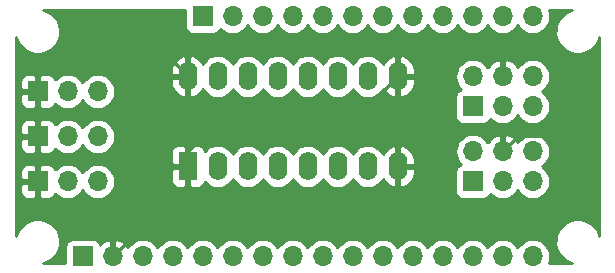
<source format=gbr>
G04 #@! TF.FileFunction,Copper,L1,Top,Plane*
%FSLAX46Y46*%
G04 Gerber Fmt 4.6, Leading zero omitted, Abs format (unit mm)*
G04 Created by KiCad (PCBNEW 4.0.6) date Wednesday, June 21, 2017 'PMt' 08:53:47 PM*
%MOMM*%
%LPD*%
G01*
G04 APERTURE LIST*
%ADD10C,0.100000*%
%ADD11R,1.600000X2.400000*%
%ADD12O,1.600000X2.400000*%
%ADD13R,1.700000X1.700000*%
%ADD14O,1.700000X1.700000*%
%ADD15C,0.250000*%
%ADD16C,0.254000*%
G04 APERTURE END LIST*
D10*
D11*
X99060000Y-100330000D03*
D12*
X116840000Y-92710000D03*
X101600000Y-100330000D03*
X114300000Y-92710000D03*
X104140000Y-100330000D03*
X111760000Y-92710000D03*
X106680000Y-100330000D03*
X109220000Y-92710000D03*
X109220000Y-100330000D03*
X106680000Y-92710000D03*
X111760000Y-100330000D03*
X104140000Y-92710000D03*
X114300000Y-100330000D03*
X101600000Y-92710000D03*
X116840000Y-100330000D03*
X99060000Y-92710000D03*
D13*
X86360000Y-93980000D03*
D14*
X88900000Y-93980000D03*
X91440000Y-93980000D03*
D13*
X100330000Y-87630000D03*
D14*
X102870000Y-87630000D03*
X105410000Y-87630000D03*
X107950000Y-87630000D03*
X110490000Y-87630000D03*
X113030000Y-87630000D03*
X115570000Y-87630000D03*
X118110000Y-87630000D03*
X120650000Y-87630000D03*
X123190000Y-87630000D03*
X125730000Y-87630000D03*
X128270000Y-87630000D03*
D13*
X86360000Y-97790000D03*
D14*
X88900000Y-97790000D03*
X91440000Y-97790000D03*
D13*
X90170000Y-107950000D03*
D14*
X92710000Y-107950000D03*
X95250000Y-107950000D03*
X97790000Y-107950000D03*
X100330000Y-107950000D03*
X102870000Y-107950000D03*
X105410000Y-107950000D03*
X107950000Y-107950000D03*
X110490000Y-107950000D03*
X113030000Y-107950000D03*
X115570000Y-107950000D03*
X118110000Y-107950000D03*
X120650000Y-107950000D03*
X123190000Y-107950000D03*
X125730000Y-107950000D03*
X128270000Y-107950000D03*
D13*
X86360000Y-101600000D03*
D14*
X88900000Y-101600000D03*
X91440000Y-101600000D03*
D13*
X123190000Y-101600000D03*
D14*
X123190000Y-99060000D03*
X125730000Y-101600000D03*
X125730000Y-99060000D03*
X128270000Y-101600000D03*
X128270000Y-99060000D03*
D13*
X123190000Y-95250000D03*
D14*
X123190000Y-92710000D03*
X125730000Y-95250000D03*
X125730000Y-92710000D03*
X128270000Y-95250000D03*
X128270000Y-92710000D03*
D15*
X132080000Y-97790000D02*
X132080000Y-93980000D01*
X132080000Y-93980000D02*
X128270000Y-90170000D01*
X128270000Y-90170000D02*
X127000000Y-90170000D01*
X127000000Y-90170000D02*
X125730000Y-91440000D01*
X125730000Y-91440000D02*
X125730000Y-92710000D01*
X132080000Y-97790000D02*
X127000000Y-97790000D01*
X127000000Y-97790000D02*
X125730000Y-99060000D01*
X92710000Y-107950000D02*
X95250000Y-105410000D01*
X95250000Y-105410000D02*
X128270000Y-105410000D01*
X128270000Y-105410000D02*
X132080000Y-101600000D01*
X132080000Y-101600000D02*
X132080000Y-97790000D01*
X99060000Y-100330000D02*
X99060000Y-99060000D01*
X99060000Y-99060000D02*
X102870000Y-95250000D01*
X102870000Y-95250000D02*
X114300000Y-95250000D01*
X114300000Y-95250000D02*
X116840000Y-92710000D01*
X116840000Y-100330000D02*
X116840000Y-92710000D01*
X86360000Y-93980000D02*
X86360000Y-92710000D01*
X86360000Y-92710000D02*
X87630000Y-91440000D01*
X87630000Y-91440000D02*
X97790000Y-91440000D01*
X97790000Y-91440000D02*
X99060000Y-92710000D01*
X99060000Y-100330000D02*
X99060000Y-92710000D01*
X92710000Y-107950000D02*
X92710000Y-106680000D01*
X92710000Y-106680000D02*
X91440000Y-105410000D01*
X91440000Y-105410000D02*
X88900000Y-105410000D01*
X88900000Y-105410000D02*
X86360000Y-102870000D01*
X86360000Y-102870000D02*
X86360000Y-97790000D01*
X86360000Y-97790000D02*
X86360000Y-93980000D01*
D16*
G36*
X98841928Y-88480000D02*
X98849992Y-88581121D01*
X98903106Y-88752634D01*
X99001900Y-88902559D01*
X99138550Y-89019025D01*
X99302237Y-89092810D01*
X99480000Y-89118072D01*
X101180000Y-89118072D01*
X101281121Y-89110008D01*
X101452634Y-89056894D01*
X101602559Y-88958100D01*
X101719025Y-88821450D01*
X101792810Y-88657763D01*
X101793171Y-88655224D01*
X101816287Y-88683567D01*
X102039599Y-88868306D01*
X102294539Y-89006152D01*
X102571399Y-89091854D01*
X102859633Y-89122149D01*
X103148261Y-89095882D01*
X103426291Y-89014053D01*
X103683131Y-88879780D01*
X103909000Y-88698177D01*
X104095294Y-88476161D01*
X104139498Y-88395753D01*
X104173112Y-88458971D01*
X104356287Y-88683567D01*
X104579599Y-88868306D01*
X104834539Y-89006152D01*
X105111399Y-89091854D01*
X105399633Y-89122149D01*
X105688261Y-89095882D01*
X105966291Y-89014053D01*
X106223131Y-88879780D01*
X106449000Y-88698177D01*
X106635294Y-88476161D01*
X106679498Y-88395753D01*
X106713112Y-88458971D01*
X106896287Y-88683567D01*
X107119599Y-88868306D01*
X107374539Y-89006152D01*
X107651399Y-89091854D01*
X107939633Y-89122149D01*
X108228261Y-89095882D01*
X108506291Y-89014053D01*
X108763131Y-88879780D01*
X108989000Y-88698177D01*
X109175294Y-88476161D01*
X109219498Y-88395753D01*
X109253112Y-88458971D01*
X109436287Y-88683567D01*
X109659599Y-88868306D01*
X109914539Y-89006152D01*
X110191399Y-89091854D01*
X110479633Y-89122149D01*
X110768261Y-89095882D01*
X111046291Y-89014053D01*
X111303131Y-88879780D01*
X111529000Y-88698177D01*
X111715294Y-88476161D01*
X111759498Y-88395753D01*
X111793112Y-88458971D01*
X111976287Y-88683567D01*
X112199599Y-88868306D01*
X112454539Y-89006152D01*
X112731399Y-89091854D01*
X113019633Y-89122149D01*
X113308261Y-89095882D01*
X113586291Y-89014053D01*
X113843131Y-88879780D01*
X114069000Y-88698177D01*
X114255294Y-88476161D01*
X114299498Y-88395753D01*
X114333112Y-88458971D01*
X114516287Y-88683567D01*
X114739599Y-88868306D01*
X114994539Y-89006152D01*
X115271399Y-89091854D01*
X115559633Y-89122149D01*
X115848261Y-89095882D01*
X116126291Y-89014053D01*
X116383131Y-88879780D01*
X116609000Y-88698177D01*
X116795294Y-88476161D01*
X116839498Y-88395753D01*
X116873112Y-88458971D01*
X117056287Y-88683567D01*
X117279599Y-88868306D01*
X117534539Y-89006152D01*
X117811399Y-89091854D01*
X118099633Y-89122149D01*
X118388261Y-89095882D01*
X118666291Y-89014053D01*
X118923131Y-88879780D01*
X119149000Y-88698177D01*
X119335294Y-88476161D01*
X119379498Y-88395753D01*
X119413112Y-88458971D01*
X119596287Y-88683567D01*
X119819599Y-88868306D01*
X120074539Y-89006152D01*
X120351399Y-89091854D01*
X120639633Y-89122149D01*
X120928261Y-89095882D01*
X121206291Y-89014053D01*
X121463131Y-88879780D01*
X121689000Y-88698177D01*
X121875294Y-88476161D01*
X121919498Y-88395753D01*
X121953112Y-88458971D01*
X122136287Y-88683567D01*
X122359599Y-88868306D01*
X122614539Y-89006152D01*
X122891399Y-89091854D01*
X123179633Y-89122149D01*
X123468261Y-89095882D01*
X123746291Y-89014053D01*
X124003131Y-88879780D01*
X124229000Y-88698177D01*
X124415294Y-88476161D01*
X124459498Y-88395753D01*
X124493112Y-88458971D01*
X124676287Y-88683567D01*
X124899599Y-88868306D01*
X125154539Y-89006152D01*
X125431399Y-89091854D01*
X125719633Y-89122149D01*
X126008261Y-89095882D01*
X126286291Y-89014053D01*
X126543131Y-88879780D01*
X126769000Y-88698177D01*
X126955294Y-88476161D01*
X126999498Y-88395753D01*
X127033112Y-88458971D01*
X127216287Y-88683567D01*
X127439599Y-88868306D01*
X127694539Y-89006152D01*
X127971399Y-89091854D01*
X128259633Y-89122149D01*
X128548261Y-89095882D01*
X128826291Y-89014053D01*
X129083131Y-88879780D01*
X129309000Y-88698177D01*
X129495294Y-88476161D01*
X129634916Y-88222189D01*
X129722549Y-87945934D01*
X129754855Y-87657919D01*
X129755000Y-87637185D01*
X129755000Y-87622815D01*
X129726718Y-87334377D01*
X129646899Y-87070000D01*
X131613060Y-87070000D01*
X131545211Y-87082943D01*
X131202461Y-87221423D01*
X130893137Y-87423840D01*
X130629019Y-87682482D01*
X130420169Y-87987500D01*
X130274542Y-88327275D01*
X130197683Y-88688864D01*
X130192522Y-89058496D01*
X130259254Y-89422091D01*
X130395338Y-89765799D01*
X130595590Y-90076529D01*
X130852382Y-90342446D01*
X131155935Y-90553420D01*
X131494684Y-90701416D01*
X131855729Y-90780797D01*
X132225315Y-90788539D01*
X132589367Y-90724346D01*
X132934017Y-90590666D01*
X133246137Y-90392588D01*
X133513840Y-90137658D01*
X133726929Y-89835586D01*
X133877286Y-89497877D01*
X133910000Y-89353885D01*
X133910000Y-106216986D01*
X133893279Y-106132539D01*
X133752410Y-105790764D01*
X133547839Y-105482860D01*
X133287358Y-105220555D01*
X132980890Y-105013839D01*
X132640107Y-104870587D01*
X132277990Y-104796255D01*
X131908331Y-104793674D01*
X131545211Y-104862943D01*
X131202461Y-105001423D01*
X130893137Y-105203840D01*
X130629019Y-105462482D01*
X130420169Y-105767500D01*
X130274542Y-106107275D01*
X130197683Y-106468864D01*
X130192522Y-106838496D01*
X130259254Y-107202091D01*
X130395338Y-107545799D01*
X130595590Y-107856529D01*
X130852382Y-108122446D01*
X131155935Y-108333420D01*
X131494684Y-108481416D01*
X131624691Y-108510000D01*
X129645127Y-108510000D01*
X129722549Y-108265934D01*
X129754855Y-107977919D01*
X129755000Y-107957185D01*
X129755000Y-107942815D01*
X129726718Y-107654377D01*
X129642951Y-107376925D01*
X129506888Y-107121029D01*
X129323713Y-106896433D01*
X129100401Y-106711694D01*
X128845461Y-106573848D01*
X128568601Y-106488146D01*
X128280367Y-106457851D01*
X127991739Y-106484118D01*
X127713709Y-106565947D01*
X127456869Y-106700220D01*
X127231000Y-106881823D01*
X127044706Y-107103839D01*
X127000502Y-107184247D01*
X126966888Y-107121029D01*
X126783713Y-106896433D01*
X126560401Y-106711694D01*
X126305461Y-106573848D01*
X126028601Y-106488146D01*
X125740367Y-106457851D01*
X125451739Y-106484118D01*
X125173709Y-106565947D01*
X124916869Y-106700220D01*
X124691000Y-106881823D01*
X124504706Y-107103839D01*
X124460502Y-107184247D01*
X124426888Y-107121029D01*
X124243713Y-106896433D01*
X124020401Y-106711694D01*
X123765461Y-106573848D01*
X123488601Y-106488146D01*
X123200367Y-106457851D01*
X122911739Y-106484118D01*
X122633709Y-106565947D01*
X122376869Y-106700220D01*
X122151000Y-106881823D01*
X121964706Y-107103839D01*
X121920502Y-107184247D01*
X121886888Y-107121029D01*
X121703713Y-106896433D01*
X121480401Y-106711694D01*
X121225461Y-106573848D01*
X120948601Y-106488146D01*
X120660367Y-106457851D01*
X120371739Y-106484118D01*
X120093709Y-106565947D01*
X119836869Y-106700220D01*
X119611000Y-106881823D01*
X119424706Y-107103839D01*
X119380502Y-107184247D01*
X119346888Y-107121029D01*
X119163713Y-106896433D01*
X118940401Y-106711694D01*
X118685461Y-106573848D01*
X118408601Y-106488146D01*
X118120367Y-106457851D01*
X117831739Y-106484118D01*
X117553709Y-106565947D01*
X117296869Y-106700220D01*
X117071000Y-106881823D01*
X116884706Y-107103839D01*
X116840502Y-107184247D01*
X116806888Y-107121029D01*
X116623713Y-106896433D01*
X116400401Y-106711694D01*
X116145461Y-106573848D01*
X115868601Y-106488146D01*
X115580367Y-106457851D01*
X115291739Y-106484118D01*
X115013709Y-106565947D01*
X114756869Y-106700220D01*
X114531000Y-106881823D01*
X114344706Y-107103839D01*
X114300502Y-107184247D01*
X114266888Y-107121029D01*
X114083713Y-106896433D01*
X113860401Y-106711694D01*
X113605461Y-106573848D01*
X113328601Y-106488146D01*
X113040367Y-106457851D01*
X112751739Y-106484118D01*
X112473709Y-106565947D01*
X112216869Y-106700220D01*
X111991000Y-106881823D01*
X111804706Y-107103839D01*
X111760502Y-107184247D01*
X111726888Y-107121029D01*
X111543713Y-106896433D01*
X111320401Y-106711694D01*
X111065461Y-106573848D01*
X110788601Y-106488146D01*
X110500367Y-106457851D01*
X110211739Y-106484118D01*
X109933709Y-106565947D01*
X109676869Y-106700220D01*
X109451000Y-106881823D01*
X109264706Y-107103839D01*
X109220502Y-107184247D01*
X109186888Y-107121029D01*
X109003713Y-106896433D01*
X108780401Y-106711694D01*
X108525461Y-106573848D01*
X108248601Y-106488146D01*
X107960367Y-106457851D01*
X107671739Y-106484118D01*
X107393709Y-106565947D01*
X107136869Y-106700220D01*
X106911000Y-106881823D01*
X106724706Y-107103839D01*
X106680502Y-107184247D01*
X106646888Y-107121029D01*
X106463713Y-106896433D01*
X106240401Y-106711694D01*
X105985461Y-106573848D01*
X105708601Y-106488146D01*
X105420367Y-106457851D01*
X105131739Y-106484118D01*
X104853709Y-106565947D01*
X104596869Y-106700220D01*
X104371000Y-106881823D01*
X104184706Y-107103839D01*
X104140502Y-107184247D01*
X104106888Y-107121029D01*
X103923713Y-106896433D01*
X103700401Y-106711694D01*
X103445461Y-106573848D01*
X103168601Y-106488146D01*
X102880367Y-106457851D01*
X102591739Y-106484118D01*
X102313709Y-106565947D01*
X102056869Y-106700220D01*
X101831000Y-106881823D01*
X101644706Y-107103839D01*
X101600502Y-107184247D01*
X101566888Y-107121029D01*
X101383713Y-106896433D01*
X101160401Y-106711694D01*
X100905461Y-106573848D01*
X100628601Y-106488146D01*
X100340367Y-106457851D01*
X100051739Y-106484118D01*
X99773709Y-106565947D01*
X99516869Y-106700220D01*
X99291000Y-106881823D01*
X99104706Y-107103839D01*
X99060502Y-107184247D01*
X99026888Y-107121029D01*
X98843713Y-106896433D01*
X98620401Y-106711694D01*
X98365461Y-106573848D01*
X98088601Y-106488146D01*
X97800367Y-106457851D01*
X97511739Y-106484118D01*
X97233709Y-106565947D01*
X96976869Y-106700220D01*
X96751000Y-106881823D01*
X96564706Y-107103839D01*
X96520502Y-107184247D01*
X96486888Y-107121029D01*
X96303713Y-106896433D01*
X96080401Y-106711694D01*
X95825461Y-106573848D01*
X95548601Y-106488146D01*
X95260367Y-106457851D01*
X94971739Y-106484118D01*
X94693709Y-106565947D01*
X94436869Y-106700220D01*
X94211000Y-106881823D01*
X94024706Y-107103839D01*
X93977400Y-107189889D01*
X93905178Y-107068645D01*
X93710269Y-106852412D01*
X93476920Y-106678359D01*
X93214099Y-106553175D01*
X93066890Y-106508524D01*
X92837000Y-106629845D01*
X92837000Y-107823000D01*
X92857000Y-107823000D01*
X92857000Y-108077000D01*
X92837000Y-108077000D01*
X92837000Y-108097000D01*
X92583000Y-108097000D01*
X92583000Y-108077000D01*
X92563000Y-108077000D01*
X92563000Y-107823000D01*
X92583000Y-107823000D01*
X92583000Y-106629845D01*
X92353110Y-106508524D01*
X92205901Y-106553175D01*
X91943080Y-106678359D01*
X91709731Y-106852412D01*
X91631520Y-106939179D01*
X91596894Y-106827366D01*
X91498100Y-106677441D01*
X91361450Y-106560975D01*
X91197763Y-106487190D01*
X91020000Y-106461928D01*
X89320000Y-106461928D01*
X89218879Y-106469992D01*
X89047366Y-106523106D01*
X88897441Y-106621900D01*
X88780975Y-106758550D01*
X88707190Y-106922237D01*
X88681928Y-107100000D01*
X88681928Y-108510000D01*
X86837302Y-108510000D01*
X86869367Y-108504346D01*
X87214017Y-108370666D01*
X87526137Y-108172588D01*
X87793840Y-107917658D01*
X88006929Y-107615586D01*
X88157286Y-107277877D01*
X88239185Y-106917396D01*
X88245081Y-106495166D01*
X88173279Y-106132539D01*
X88032410Y-105790764D01*
X87827839Y-105482860D01*
X87567358Y-105220555D01*
X87260890Y-105013839D01*
X86920107Y-104870587D01*
X86557990Y-104796255D01*
X86188331Y-104793674D01*
X85825211Y-104862943D01*
X85482461Y-105001423D01*
X85173137Y-105203840D01*
X84909019Y-105462482D01*
X84700169Y-105767500D01*
X84554542Y-106107275D01*
X84530000Y-106222735D01*
X84530000Y-101885750D01*
X84875000Y-101885750D01*
X84875000Y-102512542D01*
X84899403Y-102635223D01*
X84947270Y-102750785D01*
X85016763Y-102854789D01*
X85105211Y-102943237D01*
X85209215Y-103012730D01*
X85324777Y-103060597D01*
X85447458Y-103085000D01*
X86074250Y-103085000D01*
X86233000Y-102926250D01*
X86233000Y-101727000D01*
X85033750Y-101727000D01*
X84875000Y-101885750D01*
X84530000Y-101885750D01*
X84530000Y-100687458D01*
X84875000Y-100687458D01*
X84875000Y-101314250D01*
X85033750Y-101473000D01*
X86233000Y-101473000D01*
X86233000Y-100273750D01*
X86487000Y-100273750D01*
X86487000Y-101473000D01*
X86507000Y-101473000D01*
X86507000Y-101727000D01*
X86487000Y-101727000D01*
X86487000Y-102926250D01*
X86645750Y-103085000D01*
X87272542Y-103085000D01*
X87395223Y-103060597D01*
X87510785Y-103012730D01*
X87614789Y-102943237D01*
X87703237Y-102854789D01*
X87772730Y-102750785D01*
X87820597Y-102635223D01*
X87822701Y-102624647D01*
X87846287Y-102653567D01*
X88069599Y-102838306D01*
X88324539Y-102976152D01*
X88601399Y-103061854D01*
X88889633Y-103092149D01*
X89178261Y-103065882D01*
X89456291Y-102984053D01*
X89713131Y-102849780D01*
X89939000Y-102668177D01*
X90125294Y-102446161D01*
X90169498Y-102365753D01*
X90203112Y-102428971D01*
X90386287Y-102653567D01*
X90609599Y-102838306D01*
X90864539Y-102976152D01*
X91141399Y-103061854D01*
X91429633Y-103092149D01*
X91718261Y-103065882D01*
X91996291Y-102984053D01*
X92253131Y-102849780D01*
X92479000Y-102668177D01*
X92665294Y-102446161D01*
X92804916Y-102192189D01*
X92892549Y-101915934D01*
X92924855Y-101627919D01*
X92925000Y-101607185D01*
X92925000Y-101592815D01*
X92896718Y-101304377D01*
X92812951Y-101026925D01*
X92676888Y-100771029D01*
X92550247Y-100615750D01*
X97625000Y-100615750D01*
X97625000Y-101592542D01*
X97649403Y-101715223D01*
X97697270Y-101830785D01*
X97766763Y-101934789D01*
X97855211Y-102023237D01*
X97959215Y-102092730D01*
X98074777Y-102140597D01*
X98197458Y-102165000D01*
X98774250Y-102165000D01*
X98933000Y-102006250D01*
X98933000Y-100457000D01*
X97783750Y-100457000D01*
X97625000Y-100615750D01*
X92550247Y-100615750D01*
X92493713Y-100546433D01*
X92270401Y-100361694D01*
X92015461Y-100223848D01*
X91738601Y-100138146D01*
X91450367Y-100107851D01*
X91161739Y-100134118D01*
X90883709Y-100215947D01*
X90626869Y-100350220D01*
X90401000Y-100531823D01*
X90214706Y-100753839D01*
X90170502Y-100834247D01*
X90136888Y-100771029D01*
X89953713Y-100546433D01*
X89730401Y-100361694D01*
X89475461Y-100223848D01*
X89198601Y-100138146D01*
X88910367Y-100107851D01*
X88621739Y-100134118D01*
X88343709Y-100215947D01*
X88086869Y-100350220D01*
X87861000Y-100531823D01*
X87823041Y-100577061D01*
X87820597Y-100564777D01*
X87772730Y-100449215D01*
X87703237Y-100345211D01*
X87614789Y-100256763D01*
X87510785Y-100187270D01*
X87395223Y-100139403D01*
X87272542Y-100115000D01*
X86645750Y-100115000D01*
X86487000Y-100273750D01*
X86233000Y-100273750D01*
X86074250Y-100115000D01*
X85447458Y-100115000D01*
X85324777Y-100139403D01*
X85209215Y-100187270D01*
X85105211Y-100256763D01*
X85016763Y-100345211D01*
X84947270Y-100449215D01*
X84899403Y-100564777D01*
X84875000Y-100687458D01*
X84530000Y-100687458D01*
X84530000Y-98075750D01*
X84875000Y-98075750D01*
X84875000Y-98702542D01*
X84899403Y-98825223D01*
X84947270Y-98940785D01*
X85016763Y-99044789D01*
X85105211Y-99133237D01*
X85209215Y-99202730D01*
X85324777Y-99250597D01*
X85447458Y-99275000D01*
X86074250Y-99275000D01*
X86233000Y-99116250D01*
X86233000Y-97917000D01*
X85033750Y-97917000D01*
X84875000Y-98075750D01*
X84530000Y-98075750D01*
X84530000Y-96877458D01*
X84875000Y-96877458D01*
X84875000Y-97504250D01*
X85033750Y-97663000D01*
X86233000Y-97663000D01*
X86233000Y-96463750D01*
X86487000Y-96463750D01*
X86487000Y-97663000D01*
X86507000Y-97663000D01*
X86507000Y-97917000D01*
X86487000Y-97917000D01*
X86487000Y-99116250D01*
X86645750Y-99275000D01*
X87272542Y-99275000D01*
X87395223Y-99250597D01*
X87510785Y-99202730D01*
X87614789Y-99133237D01*
X87703237Y-99044789D01*
X87772730Y-98940785D01*
X87820597Y-98825223D01*
X87822701Y-98814647D01*
X87846287Y-98843567D01*
X88069599Y-99028306D01*
X88324539Y-99166152D01*
X88601399Y-99251854D01*
X88889633Y-99282149D01*
X89178261Y-99255882D01*
X89456291Y-99174053D01*
X89713131Y-99039780D01*
X89939000Y-98858177D01*
X90125294Y-98636161D01*
X90169498Y-98555753D01*
X90203112Y-98618971D01*
X90386287Y-98843567D01*
X90609599Y-99028306D01*
X90864539Y-99166152D01*
X91141399Y-99251854D01*
X91429633Y-99282149D01*
X91718261Y-99255882D01*
X91996291Y-99174053D01*
X92200187Y-99067458D01*
X97625000Y-99067458D01*
X97625000Y-100044250D01*
X97783750Y-100203000D01*
X98933000Y-100203000D01*
X98933000Y-98653750D01*
X99187000Y-98653750D01*
X99187000Y-100203000D01*
X99207000Y-100203000D01*
X99207000Y-100457000D01*
X99187000Y-100457000D01*
X99187000Y-102006250D01*
X99345750Y-102165000D01*
X99922542Y-102165000D01*
X100045223Y-102140597D01*
X100160785Y-102092730D01*
X100264789Y-102023237D01*
X100353237Y-101934789D01*
X100422730Y-101830785D01*
X100470597Y-101715223D01*
X100486828Y-101633624D01*
X100581766Y-101750029D01*
X100797558Y-101928548D01*
X101043915Y-102061753D01*
X101311453Y-102144569D01*
X101589982Y-102173844D01*
X101868892Y-102148461D01*
X102137560Y-102069388D01*
X102385753Y-101939636D01*
X102604017Y-101764147D01*
X102784038Y-101549607D01*
X102870228Y-101392827D01*
X102944758Y-101532996D01*
X103121766Y-101750029D01*
X103337558Y-101928548D01*
X103583915Y-102061753D01*
X103851453Y-102144569D01*
X104129982Y-102173844D01*
X104408892Y-102148461D01*
X104677560Y-102069388D01*
X104925753Y-101939636D01*
X105144017Y-101764147D01*
X105324038Y-101549607D01*
X105410228Y-101392827D01*
X105484758Y-101532996D01*
X105661766Y-101750029D01*
X105877558Y-101928548D01*
X106123915Y-102061753D01*
X106391453Y-102144569D01*
X106669982Y-102173844D01*
X106948892Y-102148461D01*
X107217560Y-102069388D01*
X107465753Y-101939636D01*
X107684017Y-101764147D01*
X107864038Y-101549607D01*
X107950228Y-101392827D01*
X108024758Y-101532996D01*
X108201766Y-101750029D01*
X108417558Y-101928548D01*
X108663915Y-102061753D01*
X108931453Y-102144569D01*
X109209982Y-102173844D01*
X109488892Y-102148461D01*
X109757560Y-102069388D01*
X110005753Y-101939636D01*
X110224017Y-101764147D01*
X110404038Y-101549607D01*
X110490228Y-101392827D01*
X110564758Y-101532996D01*
X110741766Y-101750029D01*
X110957558Y-101928548D01*
X111203915Y-102061753D01*
X111471453Y-102144569D01*
X111749982Y-102173844D01*
X112028892Y-102148461D01*
X112297560Y-102069388D01*
X112545753Y-101939636D01*
X112764017Y-101764147D01*
X112944038Y-101549607D01*
X113030228Y-101392827D01*
X113104758Y-101532996D01*
X113281766Y-101750029D01*
X113497558Y-101928548D01*
X113743915Y-102061753D01*
X114011453Y-102144569D01*
X114289982Y-102173844D01*
X114568892Y-102148461D01*
X114837560Y-102069388D01*
X115085753Y-101939636D01*
X115304017Y-101764147D01*
X115484038Y-101549607D01*
X115565759Y-101400956D01*
X115717399Y-101632839D01*
X115915105Y-101834500D01*
X116148354Y-101993715D01*
X116408182Y-102104367D01*
X116490961Y-102121904D01*
X116713000Y-101999915D01*
X116713000Y-100457000D01*
X116967000Y-100457000D01*
X116967000Y-101999915D01*
X117189039Y-102121904D01*
X117271818Y-102104367D01*
X117531646Y-101993715D01*
X117764895Y-101834500D01*
X117962601Y-101632839D01*
X118117166Y-101396483D01*
X118222650Y-101134514D01*
X118275000Y-100857000D01*
X118275000Y-100750000D01*
X121701928Y-100750000D01*
X121701928Y-102450000D01*
X121709992Y-102551121D01*
X121763106Y-102722634D01*
X121861900Y-102872559D01*
X121998550Y-102989025D01*
X122162237Y-103062810D01*
X122340000Y-103088072D01*
X124040000Y-103088072D01*
X124141121Y-103080008D01*
X124312634Y-103026894D01*
X124462559Y-102928100D01*
X124579025Y-102791450D01*
X124652810Y-102627763D01*
X124653171Y-102625224D01*
X124676287Y-102653567D01*
X124899599Y-102838306D01*
X125154539Y-102976152D01*
X125431399Y-103061854D01*
X125719633Y-103092149D01*
X126008261Y-103065882D01*
X126286291Y-102984053D01*
X126543131Y-102849780D01*
X126769000Y-102668177D01*
X126955294Y-102446161D01*
X126999498Y-102365753D01*
X127033112Y-102428971D01*
X127216287Y-102653567D01*
X127439599Y-102838306D01*
X127694539Y-102976152D01*
X127971399Y-103061854D01*
X128259633Y-103092149D01*
X128548261Y-103065882D01*
X128826291Y-102984053D01*
X129083131Y-102849780D01*
X129309000Y-102668177D01*
X129495294Y-102446161D01*
X129634916Y-102192189D01*
X129722549Y-101915934D01*
X129754855Y-101627919D01*
X129755000Y-101607185D01*
X129755000Y-101592815D01*
X129726718Y-101304377D01*
X129642951Y-101026925D01*
X129506888Y-100771029D01*
X129323713Y-100546433D01*
X129100401Y-100361694D01*
X129043097Y-100330710D01*
X129083131Y-100309780D01*
X129309000Y-100128177D01*
X129495294Y-99906161D01*
X129634916Y-99652189D01*
X129722549Y-99375934D01*
X129754855Y-99087919D01*
X129755000Y-99067185D01*
X129755000Y-99052815D01*
X129726718Y-98764377D01*
X129642951Y-98486925D01*
X129506888Y-98231029D01*
X129323713Y-98006433D01*
X129100401Y-97821694D01*
X128845461Y-97683848D01*
X128568601Y-97598146D01*
X128280367Y-97567851D01*
X127991739Y-97594118D01*
X127713709Y-97675947D01*
X127456869Y-97810220D01*
X127231000Y-97991823D01*
X127044706Y-98213839D01*
X126997400Y-98299889D01*
X126925178Y-98178645D01*
X126730269Y-97962412D01*
X126496920Y-97788359D01*
X126234099Y-97663175D01*
X126086890Y-97618524D01*
X125857000Y-97739845D01*
X125857000Y-98933000D01*
X125877000Y-98933000D01*
X125877000Y-99187000D01*
X125857000Y-99187000D01*
X125857000Y-99207000D01*
X125603000Y-99207000D01*
X125603000Y-99187000D01*
X125583000Y-99187000D01*
X125583000Y-98933000D01*
X125603000Y-98933000D01*
X125603000Y-97739845D01*
X125373110Y-97618524D01*
X125225901Y-97663175D01*
X124963080Y-97788359D01*
X124729731Y-97962412D01*
X124534822Y-98178645D01*
X124463077Y-98299090D01*
X124426888Y-98231029D01*
X124243713Y-98006433D01*
X124020401Y-97821694D01*
X123765461Y-97683848D01*
X123488601Y-97598146D01*
X123200367Y-97567851D01*
X122911739Y-97594118D01*
X122633709Y-97675947D01*
X122376869Y-97810220D01*
X122151000Y-97991823D01*
X121964706Y-98213839D01*
X121825084Y-98467811D01*
X121737451Y-98744066D01*
X121705145Y-99032081D01*
X121705000Y-99052815D01*
X121705000Y-99067185D01*
X121733282Y-99355623D01*
X121817049Y-99633075D01*
X121953112Y-99888971D01*
X122136287Y-100113567D01*
X122169882Y-100141359D01*
X122067366Y-100173106D01*
X121917441Y-100271900D01*
X121800975Y-100408550D01*
X121727190Y-100572237D01*
X121701928Y-100750000D01*
X118275000Y-100750000D01*
X118275000Y-100457000D01*
X116967000Y-100457000D01*
X116713000Y-100457000D01*
X116693000Y-100457000D01*
X116693000Y-100203000D01*
X116713000Y-100203000D01*
X116713000Y-98660085D01*
X116967000Y-98660085D01*
X116967000Y-100203000D01*
X118275000Y-100203000D01*
X118275000Y-99803000D01*
X118222650Y-99525486D01*
X118117166Y-99263517D01*
X117962601Y-99027161D01*
X117764895Y-98825500D01*
X117531646Y-98666285D01*
X117271818Y-98555633D01*
X117189039Y-98538096D01*
X116967000Y-98660085D01*
X116713000Y-98660085D01*
X116490961Y-98538096D01*
X116408182Y-98555633D01*
X116148354Y-98666285D01*
X115915105Y-98825500D01*
X115717399Y-99027161D01*
X115565588Y-99259305D01*
X115495242Y-99127004D01*
X115318234Y-98909971D01*
X115102442Y-98731452D01*
X114856085Y-98598247D01*
X114588547Y-98515431D01*
X114310018Y-98486156D01*
X114031108Y-98511539D01*
X113762440Y-98590612D01*
X113514247Y-98720364D01*
X113295983Y-98895853D01*
X113115962Y-99110393D01*
X113029772Y-99267173D01*
X112955242Y-99127004D01*
X112778234Y-98909971D01*
X112562442Y-98731452D01*
X112316085Y-98598247D01*
X112048547Y-98515431D01*
X111770018Y-98486156D01*
X111491108Y-98511539D01*
X111222440Y-98590612D01*
X110974247Y-98720364D01*
X110755983Y-98895853D01*
X110575962Y-99110393D01*
X110489772Y-99267173D01*
X110415242Y-99127004D01*
X110238234Y-98909971D01*
X110022442Y-98731452D01*
X109776085Y-98598247D01*
X109508547Y-98515431D01*
X109230018Y-98486156D01*
X108951108Y-98511539D01*
X108682440Y-98590612D01*
X108434247Y-98720364D01*
X108215983Y-98895853D01*
X108035962Y-99110393D01*
X107949772Y-99267173D01*
X107875242Y-99127004D01*
X107698234Y-98909971D01*
X107482442Y-98731452D01*
X107236085Y-98598247D01*
X106968547Y-98515431D01*
X106690018Y-98486156D01*
X106411108Y-98511539D01*
X106142440Y-98590612D01*
X105894247Y-98720364D01*
X105675983Y-98895853D01*
X105495962Y-99110393D01*
X105409772Y-99267173D01*
X105335242Y-99127004D01*
X105158234Y-98909971D01*
X104942442Y-98731452D01*
X104696085Y-98598247D01*
X104428547Y-98515431D01*
X104150018Y-98486156D01*
X103871108Y-98511539D01*
X103602440Y-98590612D01*
X103354247Y-98720364D01*
X103135983Y-98895853D01*
X102955962Y-99110393D01*
X102869772Y-99267173D01*
X102795242Y-99127004D01*
X102618234Y-98909971D01*
X102402442Y-98731452D01*
X102156085Y-98598247D01*
X101888547Y-98515431D01*
X101610018Y-98486156D01*
X101331108Y-98511539D01*
X101062440Y-98590612D01*
X100814247Y-98720364D01*
X100595983Y-98895853D01*
X100486758Y-99026022D01*
X100470597Y-98944777D01*
X100422730Y-98829215D01*
X100353237Y-98725211D01*
X100264789Y-98636763D01*
X100160785Y-98567270D01*
X100045223Y-98519403D01*
X99922542Y-98495000D01*
X99345750Y-98495000D01*
X99187000Y-98653750D01*
X98933000Y-98653750D01*
X98774250Y-98495000D01*
X98197458Y-98495000D01*
X98074777Y-98519403D01*
X97959215Y-98567270D01*
X97855211Y-98636763D01*
X97766763Y-98725211D01*
X97697270Y-98829215D01*
X97649403Y-98944777D01*
X97625000Y-99067458D01*
X92200187Y-99067458D01*
X92253131Y-99039780D01*
X92479000Y-98858177D01*
X92665294Y-98636161D01*
X92804916Y-98382189D01*
X92892549Y-98105934D01*
X92924855Y-97817919D01*
X92925000Y-97797185D01*
X92925000Y-97782815D01*
X92896718Y-97494377D01*
X92812951Y-97216925D01*
X92676888Y-96961029D01*
X92493713Y-96736433D01*
X92270401Y-96551694D01*
X92015461Y-96413848D01*
X91738601Y-96328146D01*
X91450367Y-96297851D01*
X91161739Y-96324118D01*
X90883709Y-96405947D01*
X90626869Y-96540220D01*
X90401000Y-96721823D01*
X90214706Y-96943839D01*
X90170502Y-97024247D01*
X90136888Y-96961029D01*
X89953713Y-96736433D01*
X89730401Y-96551694D01*
X89475461Y-96413848D01*
X89198601Y-96328146D01*
X88910367Y-96297851D01*
X88621739Y-96324118D01*
X88343709Y-96405947D01*
X88086869Y-96540220D01*
X87861000Y-96721823D01*
X87823041Y-96767061D01*
X87820597Y-96754777D01*
X87772730Y-96639215D01*
X87703237Y-96535211D01*
X87614789Y-96446763D01*
X87510785Y-96377270D01*
X87395223Y-96329403D01*
X87272542Y-96305000D01*
X86645750Y-96305000D01*
X86487000Y-96463750D01*
X86233000Y-96463750D01*
X86074250Y-96305000D01*
X85447458Y-96305000D01*
X85324777Y-96329403D01*
X85209215Y-96377270D01*
X85105211Y-96446763D01*
X85016763Y-96535211D01*
X84947270Y-96639215D01*
X84899403Y-96754777D01*
X84875000Y-96877458D01*
X84530000Y-96877458D01*
X84530000Y-94265750D01*
X84875000Y-94265750D01*
X84875000Y-94892542D01*
X84899403Y-95015223D01*
X84947270Y-95130785D01*
X85016763Y-95234789D01*
X85105211Y-95323237D01*
X85209215Y-95392730D01*
X85324777Y-95440597D01*
X85447458Y-95465000D01*
X86074250Y-95465000D01*
X86233000Y-95306250D01*
X86233000Y-94107000D01*
X85033750Y-94107000D01*
X84875000Y-94265750D01*
X84530000Y-94265750D01*
X84530000Y-93067458D01*
X84875000Y-93067458D01*
X84875000Y-93694250D01*
X85033750Y-93853000D01*
X86233000Y-93853000D01*
X86233000Y-92653750D01*
X86487000Y-92653750D01*
X86487000Y-93853000D01*
X86507000Y-93853000D01*
X86507000Y-94107000D01*
X86487000Y-94107000D01*
X86487000Y-95306250D01*
X86645750Y-95465000D01*
X87272542Y-95465000D01*
X87395223Y-95440597D01*
X87510785Y-95392730D01*
X87614789Y-95323237D01*
X87703237Y-95234789D01*
X87772730Y-95130785D01*
X87820597Y-95015223D01*
X87822701Y-95004647D01*
X87846287Y-95033567D01*
X88069599Y-95218306D01*
X88324539Y-95356152D01*
X88601399Y-95441854D01*
X88889633Y-95472149D01*
X89178261Y-95445882D01*
X89456291Y-95364053D01*
X89713131Y-95229780D01*
X89939000Y-95048177D01*
X90125294Y-94826161D01*
X90169498Y-94745753D01*
X90203112Y-94808971D01*
X90386287Y-95033567D01*
X90609599Y-95218306D01*
X90864539Y-95356152D01*
X91141399Y-95441854D01*
X91429633Y-95472149D01*
X91718261Y-95445882D01*
X91996291Y-95364053D01*
X92253131Y-95229780D01*
X92479000Y-95048177D01*
X92665294Y-94826161D01*
X92804916Y-94572189D01*
X92892549Y-94295934D01*
X92924855Y-94007919D01*
X92925000Y-93987185D01*
X92925000Y-93972815D01*
X92896718Y-93684377D01*
X92812951Y-93406925D01*
X92676888Y-93151029D01*
X92493713Y-92926433D01*
X92385607Y-92837000D01*
X97625000Y-92837000D01*
X97625000Y-93237000D01*
X97677350Y-93514514D01*
X97782834Y-93776483D01*
X97937399Y-94012839D01*
X98135105Y-94214500D01*
X98368354Y-94373715D01*
X98628182Y-94484367D01*
X98710961Y-94501904D01*
X98933000Y-94379915D01*
X98933000Y-92837000D01*
X97625000Y-92837000D01*
X92385607Y-92837000D01*
X92270401Y-92741694D01*
X92015461Y-92603848D01*
X91738601Y-92518146D01*
X91450367Y-92487851D01*
X91161739Y-92514118D01*
X90883709Y-92595947D01*
X90626869Y-92730220D01*
X90401000Y-92911823D01*
X90214706Y-93133839D01*
X90170502Y-93214247D01*
X90136888Y-93151029D01*
X89953713Y-92926433D01*
X89730401Y-92741694D01*
X89475461Y-92603848D01*
X89198601Y-92518146D01*
X88910367Y-92487851D01*
X88621739Y-92514118D01*
X88343709Y-92595947D01*
X88086869Y-92730220D01*
X87861000Y-92911823D01*
X87823041Y-92957061D01*
X87820597Y-92944777D01*
X87772730Y-92829215D01*
X87703237Y-92725211D01*
X87614789Y-92636763D01*
X87510785Y-92567270D01*
X87395223Y-92519403D01*
X87272542Y-92495000D01*
X86645750Y-92495000D01*
X86487000Y-92653750D01*
X86233000Y-92653750D01*
X86074250Y-92495000D01*
X85447458Y-92495000D01*
X85324777Y-92519403D01*
X85209215Y-92567270D01*
X85105211Y-92636763D01*
X85016763Y-92725211D01*
X84947270Y-92829215D01*
X84899403Y-92944777D01*
X84875000Y-93067458D01*
X84530000Y-93067458D01*
X84530000Y-92183000D01*
X97625000Y-92183000D01*
X97625000Y-92583000D01*
X98933000Y-92583000D01*
X98933000Y-91040085D01*
X99187000Y-91040085D01*
X99187000Y-92583000D01*
X99207000Y-92583000D01*
X99207000Y-92837000D01*
X99187000Y-92837000D01*
X99187000Y-94379915D01*
X99409039Y-94501904D01*
X99491818Y-94484367D01*
X99751646Y-94373715D01*
X99984895Y-94214500D01*
X100182601Y-94012839D01*
X100334412Y-93780695D01*
X100404758Y-93912996D01*
X100581766Y-94130029D01*
X100797558Y-94308548D01*
X101043915Y-94441753D01*
X101311453Y-94524569D01*
X101589982Y-94553844D01*
X101868892Y-94528461D01*
X102137560Y-94449388D01*
X102385753Y-94319636D01*
X102604017Y-94144147D01*
X102784038Y-93929607D01*
X102870228Y-93772827D01*
X102944758Y-93912996D01*
X103121766Y-94130029D01*
X103337558Y-94308548D01*
X103583915Y-94441753D01*
X103851453Y-94524569D01*
X104129982Y-94553844D01*
X104408892Y-94528461D01*
X104677560Y-94449388D01*
X104925753Y-94319636D01*
X105144017Y-94144147D01*
X105324038Y-93929607D01*
X105410228Y-93772827D01*
X105484758Y-93912996D01*
X105661766Y-94130029D01*
X105877558Y-94308548D01*
X106123915Y-94441753D01*
X106391453Y-94524569D01*
X106669982Y-94553844D01*
X106948892Y-94528461D01*
X107217560Y-94449388D01*
X107465753Y-94319636D01*
X107684017Y-94144147D01*
X107864038Y-93929607D01*
X107950228Y-93772827D01*
X108024758Y-93912996D01*
X108201766Y-94130029D01*
X108417558Y-94308548D01*
X108663915Y-94441753D01*
X108931453Y-94524569D01*
X109209982Y-94553844D01*
X109488892Y-94528461D01*
X109757560Y-94449388D01*
X110005753Y-94319636D01*
X110224017Y-94144147D01*
X110404038Y-93929607D01*
X110490228Y-93772827D01*
X110564758Y-93912996D01*
X110741766Y-94130029D01*
X110957558Y-94308548D01*
X111203915Y-94441753D01*
X111471453Y-94524569D01*
X111749982Y-94553844D01*
X112028892Y-94528461D01*
X112297560Y-94449388D01*
X112545753Y-94319636D01*
X112764017Y-94144147D01*
X112944038Y-93929607D01*
X113030228Y-93772827D01*
X113104758Y-93912996D01*
X113281766Y-94130029D01*
X113497558Y-94308548D01*
X113743915Y-94441753D01*
X114011453Y-94524569D01*
X114289982Y-94553844D01*
X114568892Y-94528461D01*
X114837560Y-94449388D01*
X115085753Y-94319636D01*
X115304017Y-94144147D01*
X115484038Y-93929607D01*
X115565759Y-93780956D01*
X115717399Y-94012839D01*
X115915105Y-94214500D01*
X116148354Y-94373715D01*
X116408182Y-94484367D01*
X116490961Y-94501904D01*
X116713000Y-94379915D01*
X116713000Y-92837000D01*
X116967000Y-92837000D01*
X116967000Y-94379915D01*
X117189039Y-94501904D01*
X117271818Y-94484367D01*
X117469924Y-94400000D01*
X121701928Y-94400000D01*
X121701928Y-96100000D01*
X121709992Y-96201121D01*
X121763106Y-96372634D01*
X121861900Y-96522559D01*
X121998550Y-96639025D01*
X122162237Y-96712810D01*
X122340000Y-96738072D01*
X124040000Y-96738072D01*
X124141121Y-96730008D01*
X124312634Y-96676894D01*
X124462559Y-96578100D01*
X124579025Y-96441450D01*
X124652810Y-96277763D01*
X124653171Y-96275224D01*
X124676287Y-96303567D01*
X124899599Y-96488306D01*
X125154539Y-96626152D01*
X125431399Y-96711854D01*
X125719633Y-96742149D01*
X126008261Y-96715882D01*
X126286291Y-96634053D01*
X126543131Y-96499780D01*
X126769000Y-96318177D01*
X126955294Y-96096161D01*
X126999498Y-96015753D01*
X127033112Y-96078971D01*
X127216287Y-96303567D01*
X127439599Y-96488306D01*
X127694539Y-96626152D01*
X127971399Y-96711854D01*
X128259633Y-96742149D01*
X128548261Y-96715882D01*
X128826291Y-96634053D01*
X129083131Y-96499780D01*
X129309000Y-96318177D01*
X129495294Y-96096161D01*
X129634916Y-95842189D01*
X129722549Y-95565934D01*
X129754855Y-95277919D01*
X129755000Y-95257185D01*
X129755000Y-95242815D01*
X129726718Y-94954377D01*
X129642951Y-94676925D01*
X129506888Y-94421029D01*
X129323713Y-94196433D01*
X129100401Y-94011694D01*
X129043097Y-93980710D01*
X129083131Y-93959780D01*
X129309000Y-93778177D01*
X129495294Y-93556161D01*
X129634916Y-93302189D01*
X129722549Y-93025934D01*
X129754855Y-92737919D01*
X129755000Y-92717185D01*
X129755000Y-92702815D01*
X129726718Y-92414377D01*
X129642951Y-92136925D01*
X129506888Y-91881029D01*
X129323713Y-91656433D01*
X129100401Y-91471694D01*
X128845461Y-91333848D01*
X128568601Y-91248146D01*
X128280367Y-91217851D01*
X127991739Y-91244118D01*
X127713709Y-91325947D01*
X127456869Y-91460220D01*
X127231000Y-91641823D01*
X127044706Y-91863839D01*
X126997400Y-91949889D01*
X126925178Y-91828645D01*
X126730269Y-91612412D01*
X126496920Y-91438359D01*
X126234099Y-91313175D01*
X126086890Y-91268524D01*
X125857000Y-91389845D01*
X125857000Y-92583000D01*
X125877000Y-92583000D01*
X125877000Y-92837000D01*
X125857000Y-92837000D01*
X125857000Y-92857000D01*
X125603000Y-92857000D01*
X125603000Y-92837000D01*
X125583000Y-92837000D01*
X125583000Y-92583000D01*
X125603000Y-92583000D01*
X125603000Y-91389845D01*
X125373110Y-91268524D01*
X125225901Y-91313175D01*
X124963080Y-91438359D01*
X124729731Y-91612412D01*
X124534822Y-91828645D01*
X124463077Y-91949090D01*
X124426888Y-91881029D01*
X124243713Y-91656433D01*
X124020401Y-91471694D01*
X123765461Y-91333848D01*
X123488601Y-91248146D01*
X123200367Y-91217851D01*
X122911739Y-91244118D01*
X122633709Y-91325947D01*
X122376869Y-91460220D01*
X122151000Y-91641823D01*
X121964706Y-91863839D01*
X121825084Y-92117811D01*
X121737451Y-92394066D01*
X121705145Y-92682081D01*
X121705000Y-92702815D01*
X121705000Y-92717185D01*
X121733282Y-93005623D01*
X121817049Y-93283075D01*
X121953112Y-93538971D01*
X122136287Y-93763567D01*
X122169882Y-93791359D01*
X122067366Y-93823106D01*
X121917441Y-93921900D01*
X121800975Y-94058550D01*
X121727190Y-94222237D01*
X121701928Y-94400000D01*
X117469924Y-94400000D01*
X117531646Y-94373715D01*
X117764895Y-94214500D01*
X117962601Y-94012839D01*
X118117166Y-93776483D01*
X118222650Y-93514514D01*
X118275000Y-93237000D01*
X118275000Y-92837000D01*
X116967000Y-92837000D01*
X116713000Y-92837000D01*
X116693000Y-92837000D01*
X116693000Y-92583000D01*
X116713000Y-92583000D01*
X116713000Y-91040085D01*
X116967000Y-91040085D01*
X116967000Y-92583000D01*
X118275000Y-92583000D01*
X118275000Y-92183000D01*
X118222650Y-91905486D01*
X118117166Y-91643517D01*
X117962601Y-91407161D01*
X117764895Y-91205500D01*
X117531646Y-91046285D01*
X117271818Y-90935633D01*
X117189039Y-90918096D01*
X116967000Y-91040085D01*
X116713000Y-91040085D01*
X116490961Y-90918096D01*
X116408182Y-90935633D01*
X116148354Y-91046285D01*
X115915105Y-91205500D01*
X115717399Y-91407161D01*
X115565588Y-91639305D01*
X115495242Y-91507004D01*
X115318234Y-91289971D01*
X115102442Y-91111452D01*
X114856085Y-90978247D01*
X114588547Y-90895431D01*
X114310018Y-90866156D01*
X114031108Y-90891539D01*
X113762440Y-90970612D01*
X113514247Y-91100364D01*
X113295983Y-91275853D01*
X113115962Y-91490393D01*
X113029772Y-91647173D01*
X112955242Y-91507004D01*
X112778234Y-91289971D01*
X112562442Y-91111452D01*
X112316085Y-90978247D01*
X112048547Y-90895431D01*
X111770018Y-90866156D01*
X111491108Y-90891539D01*
X111222440Y-90970612D01*
X110974247Y-91100364D01*
X110755983Y-91275853D01*
X110575962Y-91490393D01*
X110489772Y-91647173D01*
X110415242Y-91507004D01*
X110238234Y-91289971D01*
X110022442Y-91111452D01*
X109776085Y-90978247D01*
X109508547Y-90895431D01*
X109230018Y-90866156D01*
X108951108Y-90891539D01*
X108682440Y-90970612D01*
X108434247Y-91100364D01*
X108215983Y-91275853D01*
X108035962Y-91490393D01*
X107949772Y-91647173D01*
X107875242Y-91507004D01*
X107698234Y-91289971D01*
X107482442Y-91111452D01*
X107236085Y-90978247D01*
X106968547Y-90895431D01*
X106690018Y-90866156D01*
X106411108Y-90891539D01*
X106142440Y-90970612D01*
X105894247Y-91100364D01*
X105675983Y-91275853D01*
X105495962Y-91490393D01*
X105409772Y-91647173D01*
X105335242Y-91507004D01*
X105158234Y-91289971D01*
X104942442Y-91111452D01*
X104696085Y-90978247D01*
X104428547Y-90895431D01*
X104150018Y-90866156D01*
X103871108Y-90891539D01*
X103602440Y-90970612D01*
X103354247Y-91100364D01*
X103135983Y-91275853D01*
X102955962Y-91490393D01*
X102869772Y-91647173D01*
X102795242Y-91507004D01*
X102618234Y-91289971D01*
X102402442Y-91111452D01*
X102156085Y-90978247D01*
X101888547Y-90895431D01*
X101610018Y-90866156D01*
X101331108Y-90891539D01*
X101062440Y-90970612D01*
X100814247Y-91100364D01*
X100595983Y-91275853D01*
X100415962Y-91490393D01*
X100334241Y-91639044D01*
X100182601Y-91407161D01*
X99984895Y-91205500D01*
X99751646Y-91046285D01*
X99491818Y-90935633D01*
X99409039Y-90918096D01*
X99187000Y-91040085D01*
X98933000Y-91040085D01*
X98710961Y-90918096D01*
X98628182Y-90935633D01*
X98368354Y-91046285D01*
X98135105Y-91205500D01*
X97937399Y-91407161D01*
X97782834Y-91643517D01*
X97677350Y-91905486D01*
X97625000Y-92183000D01*
X84530000Y-92183000D01*
X84530000Y-89371670D01*
X84539254Y-89422091D01*
X84675338Y-89765799D01*
X84875590Y-90076529D01*
X85132382Y-90342446D01*
X85435935Y-90553420D01*
X85774684Y-90701416D01*
X86135729Y-90780797D01*
X86505315Y-90788539D01*
X86869367Y-90724346D01*
X87214017Y-90590666D01*
X87526137Y-90392588D01*
X87793840Y-90137658D01*
X88006929Y-89835586D01*
X88157286Y-89497877D01*
X88239185Y-89137396D01*
X88245081Y-88715166D01*
X88173279Y-88352539D01*
X88032410Y-88010764D01*
X87827839Y-87702860D01*
X87567358Y-87440555D01*
X87260890Y-87233839D01*
X86920107Y-87090587D01*
X86819815Y-87070000D01*
X98841928Y-87070000D01*
X98841928Y-88480000D01*
X98841928Y-88480000D01*
G37*
X98841928Y-88480000D02*
X98849992Y-88581121D01*
X98903106Y-88752634D01*
X99001900Y-88902559D01*
X99138550Y-89019025D01*
X99302237Y-89092810D01*
X99480000Y-89118072D01*
X101180000Y-89118072D01*
X101281121Y-89110008D01*
X101452634Y-89056894D01*
X101602559Y-88958100D01*
X101719025Y-88821450D01*
X101792810Y-88657763D01*
X101793171Y-88655224D01*
X101816287Y-88683567D01*
X102039599Y-88868306D01*
X102294539Y-89006152D01*
X102571399Y-89091854D01*
X102859633Y-89122149D01*
X103148261Y-89095882D01*
X103426291Y-89014053D01*
X103683131Y-88879780D01*
X103909000Y-88698177D01*
X104095294Y-88476161D01*
X104139498Y-88395753D01*
X104173112Y-88458971D01*
X104356287Y-88683567D01*
X104579599Y-88868306D01*
X104834539Y-89006152D01*
X105111399Y-89091854D01*
X105399633Y-89122149D01*
X105688261Y-89095882D01*
X105966291Y-89014053D01*
X106223131Y-88879780D01*
X106449000Y-88698177D01*
X106635294Y-88476161D01*
X106679498Y-88395753D01*
X106713112Y-88458971D01*
X106896287Y-88683567D01*
X107119599Y-88868306D01*
X107374539Y-89006152D01*
X107651399Y-89091854D01*
X107939633Y-89122149D01*
X108228261Y-89095882D01*
X108506291Y-89014053D01*
X108763131Y-88879780D01*
X108989000Y-88698177D01*
X109175294Y-88476161D01*
X109219498Y-88395753D01*
X109253112Y-88458971D01*
X109436287Y-88683567D01*
X109659599Y-88868306D01*
X109914539Y-89006152D01*
X110191399Y-89091854D01*
X110479633Y-89122149D01*
X110768261Y-89095882D01*
X111046291Y-89014053D01*
X111303131Y-88879780D01*
X111529000Y-88698177D01*
X111715294Y-88476161D01*
X111759498Y-88395753D01*
X111793112Y-88458971D01*
X111976287Y-88683567D01*
X112199599Y-88868306D01*
X112454539Y-89006152D01*
X112731399Y-89091854D01*
X113019633Y-89122149D01*
X113308261Y-89095882D01*
X113586291Y-89014053D01*
X113843131Y-88879780D01*
X114069000Y-88698177D01*
X114255294Y-88476161D01*
X114299498Y-88395753D01*
X114333112Y-88458971D01*
X114516287Y-88683567D01*
X114739599Y-88868306D01*
X114994539Y-89006152D01*
X115271399Y-89091854D01*
X115559633Y-89122149D01*
X115848261Y-89095882D01*
X116126291Y-89014053D01*
X116383131Y-88879780D01*
X116609000Y-88698177D01*
X116795294Y-88476161D01*
X116839498Y-88395753D01*
X116873112Y-88458971D01*
X117056287Y-88683567D01*
X117279599Y-88868306D01*
X117534539Y-89006152D01*
X117811399Y-89091854D01*
X118099633Y-89122149D01*
X118388261Y-89095882D01*
X118666291Y-89014053D01*
X118923131Y-88879780D01*
X119149000Y-88698177D01*
X119335294Y-88476161D01*
X119379498Y-88395753D01*
X119413112Y-88458971D01*
X119596287Y-88683567D01*
X119819599Y-88868306D01*
X120074539Y-89006152D01*
X120351399Y-89091854D01*
X120639633Y-89122149D01*
X120928261Y-89095882D01*
X121206291Y-89014053D01*
X121463131Y-88879780D01*
X121689000Y-88698177D01*
X121875294Y-88476161D01*
X121919498Y-88395753D01*
X121953112Y-88458971D01*
X122136287Y-88683567D01*
X122359599Y-88868306D01*
X122614539Y-89006152D01*
X122891399Y-89091854D01*
X123179633Y-89122149D01*
X123468261Y-89095882D01*
X123746291Y-89014053D01*
X124003131Y-88879780D01*
X124229000Y-88698177D01*
X124415294Y-88476161D01*
X124459498Y-88395753D01*
X124493112Y-88458971D01*
X124676287Y-88683567D01*
X124899599Y-88868306D01*
X125154539Y-89006152D01*
X125431399Y-89091854D01*
X125719633Y-89122149D01*
X126008261Y-89095882D01*
X126286291Y-89014053D01*
X126543131Y-88879780D01*
X126769000Y-88698177D01*
X126955294Y-88476161D01*
X126999498Y-88395753D01*
X127033112Y-88458971D01*
X127216287Y-88683567D01*
X127439599Y-88868306D01*
X127694539Y-89006152D01*
X127971399Y-89091854D01*
X128259633Y-89122149D01*
X128548261Y-89095882D01*
X128826291Y-89014053D01*
X129083131Y-88879780D01*
X129309000Y-88698177D01*
X129495294Y-88476161D01*
X129634916Y-88222189D01*
X129722549Y-87945934D01*
X129754855Y-87657919D01*
X129755000Y-87637185D01*
X129755000Y-87622815D01*
X129726718Y-87334377D01*
X129646899Y-87070000D01*
X131613060Y-87070000D01*
X131545211Y-87082943D01*
X131202461Y-87221423D01*
X130893137Y-87423840D01*
X130629019Y-87682482D01*
X130420169Y-87987500D01*
X130274542Y-88327275D01*
X130197683Y-88688864D01*
X130192522Y-89058496D01*
X130259254Y-89422091D01*
X130395338Y-89765799D01*
X130595590Y-90076529D01*
X130852382Y-90342446D01*
X131155935Y-90553420D01*
X131494684Y-90701416D01*
X131855729Y-90780797D01*
X132225315Y-90788539D01*
X132589367Y-90724346D01*
X132934017Y-90590666D01*
X133246137Y-90392588D01*
X133513840Y-90137658D01*
X133726929Y-89835586D01*
X133877286Y-89497877D01*
X133910000Y-89353885D01*
X133910000Y-106216986D01*
X133893279Y-106132539D01*
X133752410Y-105790764D01*
X133547839Y-105482860D01*
X133287358Y-105220555D01*
X132980890Y-105013839D01*
X132640107Y-104870587D01*
X132277990Y-104796255D01*
X131908331Y-104793674D01*
X131545211Y-104862943D01*
X131202461Y-105001423D01*
X130893137Y-105203840D01*
X130629019Y-105462482D01*
X130420169Y-105767500D01*
X130274542Y-106107275D01*
X130197683Y-106468864D01*
X130192522Y-106838496D01*
X130259254Y-107202091D01*
X130395338Y-107545799D01*
X130595590Y-107856529D01*
X130852382Y-108122446D01*
X131155935Y-108333420D01*
X131494684Y-108481416D01*
X131624691Y-108510000D01*
X129645127Y-108510000D01*
X129722549Y-108265934D01*
X129754855Y-107977919D01*
X129755000Y-107957185D01*
X129755000Y-107942815D01*
X129726718Y-107654377D01*
X129642951Y-107376925D01*
X129506888Y-107121029D01*
X129323713Y-106896433D01*
X129100401Y-106711694D01*
X128845461Y-106573848D01*
X128568601Y-106488146D01*
X128280367Y-106457851D01*
X127991739Y-106484118D01*
X127713709Y-106565947D01*
X127456869Y-106700220D01*
X127231000Y-106881823D01*
X127044706Y-107103839D01*
X127000502Y-107184247D01*
X126966888Y-107121029D01*
X126783713Y-106896433D01*
X126560401Y-106711694D01*
X126305461Y-106573848D01*
X126028601Y-106488146D01*
X125740367Y-106457851D01*
X125451739Y-106484118D01*
X125173709Y-106565947D01*
X124916869Y-106700220D01*
X124691000Y-106881823D01*
X124504706Y-107103839D01*
X124460502Y-107184247D01*
X124426888Y-107121029D01*
X124243713Y-106896433D01*
X124020401Y-106711694D01*
X123765461Y-106573848D01*
X123488601Y-106488146D01*
X123200367Y-106457851D01*
X122911739Y-106484118D01*
X122633709Y-106565947D01*
X122376869Y-106700220D01*
X122151000Y-106881823D01*
X121964706Y-107103839D01*
X121920502Y-107184247D01*
X121886888Y-107121029D01*
X121703713Y-106896433D01*
X121480401Y-106711694D01*
X121225461Y-106573848D01*
X120948601Y-106488146D01*
X120660367Y-106457851D01*
X120371739Y-106484118D01*
X120093709Y-106565947D01*
X119836869Y-106700220D01*
X119611000Y-106881823D01*
X119424706Y-107103839D01*
X119380502Y-107184247D01*
X119346888Y-107121029D01*
X119163713Y-106896433D01*
X118940401Y-106711694D01*
X118685461Y-106573848D01*
X118408601Y-106488146D01*
X118120367Y-106457851D01*
X117831739Y-106484118D01*
X117553709Y-106565947D01*
X117296869Y-106700220D01*
X117071000Y-106881823D01*
X116884706Y-107103839D01*
X116840502Y-107184247D01*
X116806888Y-107121029D01*
X116623713Y-106896433D01*
X116400401Y-106711694D01*
X116145461Y-106573848D01*
X115868601Y-106488146D01*
X115580367Y-106457851D01*
X115291739Y-106484118D01*
X115013709Y-106565947D01*
X114756869Y-106700220D01*
X114531000Y-106881823D01*
X114344706Y-107103839D01*
X114300502Y-107184247D01*
X114266888Y-107121029D01*
X114083713Y-106896433D01*
X113860401Y-106711694D01*
X113605461Y-106573848D01*
X113328601Y-106488146D01*
X113040367Y-106457851D01*
X112751739Y-106484118D01*
X112473709Y-106565947D01*
X112216869Y-106700220D01*
X111991000Y-106881823D01*
X111804706Y-107103839D01*
X111760502Y-107184247D01*
X111726888Y-107121029D01*
X111543713Y-106896433D01*
X111320401Y-106711694D01*
X111065461Y-106573848D01*
X110788601Y-106488146D01*
X110500367Y-106457851D01*
X110211739Y-106484118D01*
X109933709Y-106565947D01*
X109676869Y-106700220D01*
X109451000Y-106881823D01*
X109264706Y-107103839D01*
X109220502Y-107184247D01*
X109186888Y-107121029D01*
X109003713Y-106896433D01*
X108780401Y-106711694D01*
X108525461Y-106573848D01*
X108248601Y-106488146D01*
X107960367Y-106457851D01*
X107671739Y-106484118D01*
X107393709Y-106565947D01*
X107136869Y-106700220D01*
X106911000Y-106881823D01*
X106724706Y-107103839D01*
X106680502Y-107184247D01*
X106646888Y-107121029D01*
X106463713Y-106896433D01*
X106240401Y-106711694D01*
X105985461Y-106573848D01*
X105708601Y-106488146D01*
X105420367Y-106457851D01*
X105131739Y-106484118D01*
X104853709Y-106565947D01*
X104596869Y-106700220D01*
X104371000Y-106881823D01*
X104184706Y-107103839D01*
X104140502Y-107184247D01*
X104106888Y-107121029D01*
X103923713Y-106896433D01*
X103700401Y-106711694D01*
X103445461Y-106573848D01*
X103168601Y-106488146D01*
X102880367Y-106457851D01*
X102591739Y-106484118D01*
X102313709Y-106565947D01*
X102056869Y-106700220D01*
X101831000Y-106881823D01*
X101644706Y-107103839D01*
X101600502Y-107184247D01*
X101566888Y-107121029D01*
X101383713Y-106896433D01*
X101160401Y-106711694D01*
X100905461Y-106573848D01*
X100628601Y-106488146D01*
X100340367Y-106457851D01*
X100051739Y-106484118D01*
X99773709Y-106565947D01*
X99516869Y-106700220D01*
X99291000Y-106881823D01*
X99104706Y-107103839D01*
X99060502Y-107184247D01*
X99026888Y-107121029D01*
X98843713Y-106896433D01*
X98620401Y-106711694D01*
X98365461Y-106573848D01*
X98088601Y-106488146D01*
X97800367Y-106457851D01*
X97511739Y-106484118D01*
X97233709Y-106565947D01*
X96976869Y-106700220D01*
X96751000Y-106881823D01*
X96564706Y-107103839D01*
X96520502Y-107184247D01*
X96486888Y-107121029D01*
X96303713Y-106896433D01*
X96080401Y-106711694D01*
X95825461Y-106573848D01*
X95548601Y-106488146D01*
X95260367Y-106457851D01*
X94971739Y-106484118D01*
X94693709Y-106565947D01*
X94436869Y-106700220D01*
X94211000Y-106881823D01*
X94024706Y-107103839D01*
X93977400Y-107189889D01*
X93905178Y-107068645D01*
X93710269Y-106852412D01*
X93476920Y-106678359D01*
X93214099Y-106553175D01*
X93066890Y-106508524D01*
X92837000Y-106629845D01*
X92837000Y-107823000D01*
X92857000Y-107823000D01*
X92857000Y-108077000D01*
X92837000Y-108077000D01*
X92837000Y-108097000D01*
X92583000Y-108097000D01*
X92583000Y-108077000D01*
X92563000Y-108077000D01*
X92563000Y-107823000D01*
X92583000Y-107823000D01*
X92583000Y-106629845D01*
X92353110Y-106508524D01*
X92205901Y-106553175D01*
X91943080Y-106678359D01*
X91709731Y-106852412D01*
X91631520Y-106939179D01*
X91596894Y-106827366D01*
X91498100Y-106677441D01*
X91361450Y-106560975D01*
X91197763Y-106487190D01*
X91020000Y-106461928D01*
X89320000Y-106461928D01*
X89218879Y-106469992D01*
X89047366Y-106523106D01*
X88897441Y-106621900D01*
X88780975Y-106758550D01*
X88707190Y-106922237D01*
X88681928Y-107100000D01*
X88681928Y-108510000D01*
X86837302Y-108510000D01*
X86869367Y-108504346D01*
X87214017Y-108370666D01*
X87526137Y-108172588D01*
X87793840Y-107917658D01*
X88006929Y-107615586D01*
X88157286Y-107277877D01*
X88239185Y-106917396D01*
X88245081Y-106495166D01*
X88173279Y-106132539D01*
X88032410Y-105790764D01*
X87827839Y-105482860D01*
X87567358Y-105220555D01*
X87260890Y-105013839D01*
X86920107Y-104870587D01*
X86557990Y-104796255D01*
X86188331Y-104793674D01*
X85825211Y-104862943D01*
X85482461Y-105001423D01*
X85173137Y-105203840D01*
X84909019Y-105462482D01*
X84700169Y-105767500D01*
X84554542Y-106107275D01*
X84530000Y-106222735D01*
X84530000Y-101885750D01*
X84875000Y-101885750D01*
X84875000Y-102512542D01*
X84899403Y-102635223D01*
X84947270Y-102750785D01*
X85016763Y-102854789D01*
X85105211Y-102943237D01*
X85209215Y-103012730D01*
X85324777Y-103060597D01*
X85447458Y-103085000D01*
X86074250Y-103085000D01*
X86233000Y-102926250D01*
X86233000Y-101727000D01*
X85033750Y-101727000D01*
X84875000Y-101885750D01*
X84530000Y-101885750D01*
X84530000Y-100687458D01*
X84875000Y-100687458D01*
X84875000Y-101314250D01*
X85033750Y-101473000D01*
X86233000Y-101473000D01*
X86233000Y-100273750D01*
X86487000Y-100273750D01*
X86487000Y-101473000D01*
X86507000Y-101473000D01*
X86507000Y-101727000D01*
X86487000Y-101727000D01*
X86487000Y-102926250D01*
X86645750Y-103085000D01*
X87272542Y-103085000D01*
X87395223Y-103060597D01*
X87510785Y-103012730D01*
X87614789Y-102943237D01*
X87703237Y-102854789D01*
X87772730Y-102750785D01*
X87820597Y-102635223D01*
X87822701Y-102624647D01*
X87846287Y-102653567D01*
X88069599Y-102838306D01*
X88324539Y-102976152D01*
X88601399Y-103061854D01*
X88889633Y-103092149D01*
X89178261Y-103065882D01*
X89456291Y-102984053D01*
X89713131Y-102849780D01*
X89939000Y-102668177D01*
X90125294Y-102446161D01*
X90169498Y-102365753D01*
X90203112Y-102428971D01*
X90386287Y-102653567D01*
X90609599Y-102838306D01*
X90864539Y-102976152D01*
X91141399Y-103061854D01*
X91429633Y-103092149D01*
X91718261Y-103065882D01*
X91996291Y-102984053D01*
X92253131Y-102849780D01*
X92479000Y-102668177D01*
X92665294Y-102446161D01*
X92804916Y-102192189D01*
X92892549Y-101915934D01*
X92924855Y-101627919D01*
X92925000Y-101607185D01*
X92925000Y-101592815D01*
X92896718Y-101304377D01*
X92812951Y-101026925D01*
X92676888Y-100771029D01*
X92550247Y-100615750D01*
X97625000Y-100615750D01*
X97625000Y-101592542D01*
X97649403Y-101715223D01*
X97697270Y-101830785D01*
X97766763Y-101934789D01*
X97855211Y-102023237D01*
X97959215Y-102092730D01*
X98074777Y-102140597D01*
X98197458Y-102165000D01*
X98774250Y-102165000D01*
X98933000Y-102006250D01*
X98933000Y-100457000D01*
X97783750Y-100457000D01*
X97625000Y-100615750D01*
X92550247Y-100615750D01*
X92493713Y-100546433D01*
X92270401Y-100361694D01*
X92015461Y-100223848D01*
X91738601Y-100138146D01*
X91450367Y-100107851D01*
X91161739Y-100134118D01*
X90883709Y-100215947D01*
X90626869Y-100350220D01*
X90401000Y-100531823D01*
X90214706Y-100753839D01*
X90170502Y-100834247D01*
X90136888Y-100771029D01*
X89953713Y-100546433D01*
X89730401Y-100361694D01*
X89475461Y-100223848D01*
X89198601Y-100138146D01*
X88910367Y-100107851D01*
X88621739Y-100134118D01*
X88343709Y-100215947D01*
X88086869Y-100350220D01*
X87861000Y-100531823D01*
X87823041Y-100577061D01*
X87820597Y-100564777D01*
X87772730Y-100449215D01*
X87703237Y-100345211D01*
X87614789Y-100256763D01*
X87510785Y-100187270D01*
X87395223Y-100139403D01*
X87272542Y-100115000D01*
X86645750Y-100115000D01*
X86487000Y-100273750D01*
X86233000Y-100273750D01*
X86074250Y-100115000D01*
X85447458Y-100115000D01*
X85324777Y-100139403D01*
X85209215Y-100187270D01*
X85105211Y-100256763D01*
X85016763Y-100345211D01*
X84947270Y-100449215D01*
X84899403Y-100564777D01*
X84875000Y-100687458D01*
X84530000Y-100687458D01*
X84530000Y-98075750D01*
X84875000Y-98075750D01*
X84875000Y-98702542D01*
X84899403Y-98825223D01*
X84947270Y-98940785D01*
X85016763Y-99044789D01*
X85105211Y-99133237D01*
X85209215Y-99202730D01*
X85324777Y-99250597D01*
X85447458Y-99275000D01*
X86074250Y-99275000D01*
X86233000Y-99116250D01*
X86233000Y-97917000D01*
X85033750Y-97917000D01*
X84875000Y-98075750D01*
X84530000Y-98075750D01*
X84530000Y-96877458D01*
X84875000Y-96877458D01*
X84875000Y-97504250D01*
X85033750Y-97663000D01*
X86233000Y-97663000D01*
X86233000Y-96463750D01*
X86487000Y-96463750D01*
X86487000Y-97663000D01*
X86507000Y-97663000D01*
X86507000Y-97917000D01*
X86487000Y-97917000D01*
X86487000Y-99116250D01*
X86645750Y-99275000D01*
X87272542Y-99275000D01*
X87395223Y-99250597D01*
X87510785Y-99202730D01*
X87614789Y-99133237D01*
X87703237Y-99044789D01*
X87772730Y-98940785D01*
X87820597Y-98825223D01*
X87822701Y-98814647D01*
X87846287Y-98843567D01*
X88069599Y-99028306D01*
X88324539Y-99166152D01*
X88601399Y-99251854D01*
X88889633Y-99282149D01*
X89178261Y-99255882D01*
X89456291Y-99174053D01*
X89713131Y-99039780D01*
X89939000Y-98858177D01*
X90125294Y-98636161D01*
X90169498Y-98555753D01*
X90203112Y-98618971D01*
X90386287Y-98843567D01*
X90609599Y-99028306D01*
X90864539Y-99166152D01*
X91141399Y-99251854D01*
X91429633Y-99282149D01*
X91718261Y-99255882D01*
X91996291Y-99174053D01*
X92200187Y-99067458D01*
X97625000Y-99067458D01*
X97625000Y-100044250D01*
X97783750Y-100203000D01*
X98933000Y-100203000D01*
X98933000Y-98653750D01*
X99187000Y-98653750D01*
X99187000Y-100203000D01*
X99207000Y-100203000D01*
X99207000Y-100457000D01*
X99187000Y-100457000D01*
X99187000Y-102006250D01*
X99345750Y-102165000D01*
X99922542Y-102165000D01*
X100045223Y-102140597D01*
X100160785Y-102092730D01*
X100264789Y-102023237D01*
X100353237Y-101934789D01*
X100422730Y-101830785D01*
X100470597Y-101715223D01*
X100486828Y-101633624D01*
X100581766Y-101750029D01*
X100797558Y-101928548D01*
X101043915Y-102061753D01*
X101311453Y-102144569D01*
X101589982Y-102173844D01*
X101868892Y-102148461D01*
X102137560Y-102069388D01*
X102385753Y-101939636D01*
X102604017Y-101764147D01*
X102784038Y-101549607D01*
X102870228Y-101392827D01*
X102944758Y-101532996D01*
X103121766Y-101750029D01*
X103337558Y-101928548D01*
X103583915Y-102061753D01*
X103851453Y-102144569D01*
X104129982Y-102173844D01*
X104408892Y-102148461D01*
X104677560Y-102069388D01*
X104925753Y-101939636D01*
X105144017Y-101764147D01*
X105324038Y-101549607D01*
X105410228Y-101392827D01*
X105484758Y-101532996D01*
X105661766Y-101750029D01*
X105877558Y-101928548D01*
X106123915Y-102061753D01*
X106391453Y-102144569D01*
X106669982Y-102173844D01*
X106948892Y-102148461D01*
X107217560Y-102069388D01*
X107465753Y-101939636D01*
X107684017Y-101764147D01*
X107864038Y-101549607D01*
X107950228Y-101392827D01*
X108024758Y-101532996D01*
X108201766Y-101750029D01*
X108417558Y-101928548D01*
X108663915Y-102061753D01*
X108931453Y-102144569D01*
X109209982Y-102173844D01*
X109488892Y-102148461D01*
X109757560Y-102069388D01*
X110005753Y-101939636D01*
X110224017Y-101764147D01*
X110404038Y-101549607D01*
X110490228Y-101392827D01*
X110564758Y-101532996D01*
X110741766Y-101750029D01*
X110957558Y-101928548D01*
X111203915Y-102061753D01*
X111471453Y-102144569D01*
X111749982Y-102173844D01*
X112028892Y-102148461D01*
X112297560Y-102069388D01*
X112545753Y-101939636D01*
X112764017Y-101764147D01*
X112944038Y-101549607D01*
X113030228Y-101392827D01*
X113104758Y-101532996D01*
X113281766Y-101750029D01*
X113497558Y-101928548D01*
X113743915Y-102061753D01*
X114011453Y-102144569D01*
X114289982Y-102173844D01*
X114568892Y-102148461D01*
X114837560Y-102069388D01*
X115085753Y-101939636D01*
X115304017Y-101764147D01*
X115484038Y-101549607D01*
X115565759Y-101400956D01*
X115717399Y-101632839D01*
X115915105Y-101834500D01*
X116148354Y-101993715D01*
X116408182Y-102104367D01*
X116490961Y-102121904D01*
X116713000Y-101999915D01*
X116713000Y-100457000D01*
X116967000Y-100457000D01*
X116967000Y-101999915D01*
X117189039Y-102121904D01*
X117271818Y-102104367D01*
X117531646Y-101993715D01*
X117764895Y-101834500D01*
X117962601Y-101632839D01*
X118117166Y-101396483D01*
X118222650Y-101134514D01*
X118275000Y-100857000D01*
X118275000Y-100750000D01*
X121701928Y-100750000D01*
X121701928Y-102450000D01*
X121709992Y-102551121D01*
X121763106Y-102722634D01*
X121861900Y-102872559D01*
X121998550Y-102989025D01*
X122162237Y-103062810D01*
X122340000Y-103088072D01*
X124040000Y-103088072D01*
X124141121Y-103080008D01*
X124312634Y-103026894D01*
X124462559Y-102928100D01*
X124579025Y-102791450D01*
X124652810Y-102627763D01*
X124653171Y-102625224D01*
X124676287Y-102653567D01*
X124899599Y-102838306D01*
X125154539Y-102976152D01*
X125431399Y-103061854D01*
X125719633Y-103092149D01*
X126008261Y-103065882D01*
X126286291Y-102984053D01*
X126543131Y-102849780D01*
X126769000Y-102668177D01*
X126955294Y-102446161D01*
X126999498Y-102365753D01*
X127033112Y-102428971D01*
X127216287Y-102653567D01*
X127439599Y-102838306D01*
X127694539Y-102976152D01*
X127971399Y-103061854D01*
X128259633Y-103092149D01*
X128548261Y-103065882D01*
X128826291Y-102984053D01*
X129083131Y-102849780D01*
X129309000Y-102668177D01*
X129495294Y-102446161D01*
X129634916Y-102192189D01*
X129722549Y-101915934D01*
X129754855Y-101627919D01*
X129755000Y-101607185D01*
X129755000Y-101592815D01*
X129726718Y-101304377D01*
X129642951Y-101026925D01*
X129506888Y-100771029D01*
X129323713Y-100546433D01*
X129100401Y-100361694D01*
X129043097Y-100330710D01*
X129083131Y-100309780D01*
X129309000Y-100128177D01*
X129495294Y-99906161D01*
X129634916Y-99652189D01*
X129722549Y-99375934D01*
X129754855Y-99087919D01*
X129755000Y-99067185D01*
X129755000Y-99052815D01*
X129726718Y-98764377D01*
X129642951Y-98486925D01*
X129506888Y-98231029D01*
X129323713Y-98006433D01*
X129100401Y-97821694D01*
X128845461Y-97683848D01*
X128568601Y-97598146D01*
X128280367Y-97567851D01*
X127991739Y-97594118D01*
X127713709Y-97675947D01*
X127456869Y-97810220D01*
X127231000Y-97991823D01*
X127044706Y-98213839D01*
X126997400Y-98299889D01*
X126925178Y-98178645D01*
X126730269Y-97962412D01*
X126496920Y-97788359D01*
X126234099Y-97663175D01*
X126086890Y-97618524D01*
X125857000Y-97739845D01*
X125857000Y-98933000D01*
X125877000Y-98933000D01*
X125877000Y-99187000D01*
X125857000Y-99187000D01*
X125857000Y-99207000D01*
X125603000Y-99207000D01*
X125603000Y-99187000D01*
X125583000Y-99187000D01*
X125583000Y-98933000D01*
X125603000Y-98933000D01*
X125603000Y-97739845D01*
X125373110Y-97618524D01*
X125225901Y-97663175D01*
X124963080Y-97788359D01*
X124729731Y-97962412D01*
X124534822Y-98178645D01*
X124463077Y-98299090D01*
X124426888Y-98231029D01*
X124243713Y-98006433D01*
X124020401Y-97821694D01*
X123765461Y-97683848D01*
X123488601Y-97598146D01*
X123200367Y-97567851D01*
X122911739Y-97594118D01*
X122633709Y-97675947D01*
X122376869Y-97810220D01*
X122151000Y-97991823D01*
X121964706Y-98213839D01*
X121825084Y-98467811D01*
X121737451Y-98744066D01*
X121705145Y-99032081D01*
X121705000Y-99052815D01*
X121705000Y-99067185D01*
X121733282Y-99355623D01*
X121817049Y-99633075D01*
X121953112Y-99888971D01*
X122136287Y-100113567D01*
X122169882Y-100141359D01*
X122067366Y-100173106D01*
X121917441Y-100271900D01*
X121800975Y-100408550D01*
X121727190Y-100572237D01*
X121701928Y-100750000D01*
X118275000Y-100750000D01*
X118275000Y-100457000D01*
X116967000Y-100457000D01*
X116713000Y-100457000D01*
X116693000Y-100457000D01*
X116693000Y-100203000D01*
X116713000Y-100203000D01*
X116713000Y-98660085D01*
X116967000Y-98660085D01*
X116967000Y-100203000D01*
X118275000Y-100203000D01*
X118275000Y-99803000D01*
X118222650Y-99525486D01*
X118117166Y-99263517D01*
X117962601Y-99027161D01*
X117764895Y-98825500D01*
X117531646Y-98666285D01*
X117271818Y-98555633D01*
X117189039Y-98538096D01*
X116967000Y-98660085D01*
X116713000Y-98660085D01*
X116490961Y-98538096D01*
X116408182Y-98555633D01*
X116148354Y-98666285D01*
X115915105Y-98825500D01*
X115717399Y-99027161D01*
X115565588Y-99259305D01*
X115495242Y-99127004D01*
X115318234Y-98909971D01*
X115102442Y-98731452D01*
X114856085Y-98598247D01*
X114588547Y-98515431D01*
X114310018Y-98486156D01*
X114031108Y-98511539D01*
X113762440Y-98590612D01*
X113514247Y-98720364D01*
X113295983Y-98895853D01*
X113115962Y-99110393D01*
X113029772Y-99267173D01*
X112955242Y-99127004D01*
X112778234Y-98909971D01*
X112562442Y-98731452D01*
X112316085Y-98598247D01*
X112048547Y-98515431D01*
X111770018Y-98486156D01*
X111491108Y-98511539D01*
X111222440Y-98590612D01*
X110974247Y-98720364D01*
X110755983Y-98895853D01*
X110575962Y-99110393D01*
X110489772Y-99267173D01*
X110415242Y-99127004D01*
X110238234Y-98909971D01*
X110022442Y-98731452D01*
X109776085Y-98598247D01*
X109508547Y-98515431D01*
X109230018Y-98486156D01*
X108951108Y-98511539D01*
X108682440Y-98590612D01*
X108434247Y-98720364D01*
X108215983Y-98895853D01*
X108035962Y-99110393D01*
X107949772Y-99267173D01*
X107875242Y-99127004D01*
X107698234Y-98909971D01*
X107482442Y-98731452D01*
X107236085Y-98598247D01*
X106968547Y-98515431D01*
X106690018Y-98486156D01*
X106411108Y-98511539D01*
X106142440Y-98590612D01*
X105894247Y-98720364D01*
X105675983Y-98895853D01*
X105495962Y-99110393D01*
X105409772Y-99267173D01*
X105335242Y-99127004D01*
X105158234Y-98909971D01*
X104942442Y-98731452D01*
X104696085Y-98598247D01*
X104428547Y-98515431D01*
X104150018Y-98486156D01*
X103871108Y-98511539D01*
X103602440Y-98590612D01*
X103354247Y-98720364D01*
X103135983Y-98895853D01*
X102955962Y-99110393D01*
X102869772Y-99267173D01*
X102795242Y-99127004D01*
X102618234Y-98909971D01*
X102402442Y-98731452D01*
X102156085Y-98598247D01*
X101888547Y-98515431D01*
X101610018Y-98486156D01*
X101331108Y-98511539D01*
X101062440Y-98590612D01*
X100814247Y-98720364D01*
X100595983Y-98895853D01*
X100486758Y-99026022D01*
X100470597Y-98944777D01*
X100422730Y-98829215D01*
X100353237Y-98725211D01*
X100264789Y-98636763D01*
X100160785Y-98567270D01*
X100045223Y-98519403D01*
X99922542Y-98495000D01*
X99345750Y-98495000D01*
X99187000Y-98653750D01*
X98933000Y-98653750D01*
X98774250Y-98495000D01*
X98197458Y-98495000D01*
X98074777Y-98519403D01*
X97959215Y-98567270D01*
X97855211Y-98636763D01*
X97766763Y-98725211D01*
X97697270Y-98829215D01*
X97649403Y-98944777D01*
X97625000Y-99067458D01*
X92200187Y-99067458D01*
X92253131Y-99039780D01*
X92479000Y-98858177D01*
X92665294Y-98636161D01*
X92804916Y-98382189D01*
X92892549Y-98105934D01*
X92924855Y-97817919D01*
X92925000Y-97797185D01*
X92925000Y-97782815D01*
X92896718Y-97494377D01*
X92812951Y-97216925D01*
X92676888Y-96961029D01*
X92493713Y-96736433D01*
X92270401Y-96551694D01*
X92015461Y-96413848D01*
X91738601Y-96328146D01*
X91450367Y-96297851D01*
X91161739Y-96324118D01*
X90883709Y-96405947D01*
X90626869Y-96540220D01*
X90401000Y-96721823D01*
X90214706Y-96943839D01*
X90170502Y-97024247D01*
X90136888Y-96961029D01*
X89953713Y-96736433D01*
X89730401Y-96551694D01*
X89475461Y-96413848D01*
X89198601Y-96328146D01*
X88910367Y-96297851D01*
X88621739Y-96324118D01*
X88343709Y-96405947D01*
X88086869Y-96540220D01*
X87861000Y-96721823D01*
X87823041Y-96767061D01*
X87820597Y-96754777D01*
X87772730Y-96639215D01*
X87703237Y-96535211D01*
X87614789Y-96446763D01*
X87510785Y-96377270D01*
X87395223Y-96329403D01*
X87272542Y-96305000D01*
X86645750Y-96305000D01*
X86487000Y-96463750D01*
X86233000Y-96463750D01*
X86074250Y-96305000D01*
X85447458Y-96305000D01*
X85324777Y-96329403D01*
X85209215Y-96377270D01*
X85105211Y-96446763D01*
X85016763Y-96535211D01*
X84947270Y-96639215D01*
X84899403Y-96754777D01*
X84875000Y-96877458D01*
X84530000Y-96877458D01*
X84530000Y-94265750D01*
X84875000Y-94265750D01*
X84875000Y-94892542D01*
X84899403Y-95015223D01*
X84947270Y-95130785D01*
X85016763Y-95234789D01*
X85105211Y-95323237D01*
X85209215Y-95392730D01*
X85324777Y-95440597D01*
X85447458Y-95465000D01*
X86074250Y-95465000D01*
X86233000Y-95306250D01*
X86233000Y-94107000D01*
X85033750Y-94107000D01*
X84875000Y-94265750D01*
X84530000Y-94265750D01*
X84530000Y-93067458D01*
X84875000Y-93067458D01*
X84875000Y-93694250D01*
X85033750Y-93853000D01*
X86233000Y-93853000D01*
X86233000Y-92653750D01*
X86487000Y-92653750D01*
X86487000Y-93853000D01*
X86507000Y-93853000D01*
X86507000Y-94107000D01*
X86487000Y-94107000D01*
X86487000Y-95306250D01*
X86645750Y-95465000D01*
X87272542Y-95465000D01*
X87395223Y-95440597D01*
X87510785Y-95392730D01*
X87614789Y-95323237D01*
X87703237Y-95234789D01*
X87772730Y-95130785D01*
X87820597Y-95015223D01*
X87822701Y-95004647D01*
X87846287Y-95033567D01*
X88069599Y-95218306D01*
X88324539Y-95356152D01*
X88601399Y-95441854D01*
X88889633Y-95472149D01*
X89178261Y-95445882D01*
X89456291Y-95364053D01*
X89713131Y-95229780D01*
X89939000Y-95048177D01*
X90125294Y-94826161D01*
X90169498Y-94745753D01*
X90203112Y-94808971D01*
X90386287Y-95033567D01*
X90609599Y-95218306D01*
X90864539Y-95356152D01*
X91141399Y-95441854D01*
X91429633Y-95472149D01*
X91718261Y-95445882D01*
X91996291Y-95364053D01*
X92253131Y-95229780D01*
X92479000Y-95048177D01*
X92665294Y-94826161D01*
X92804916Y-94572189D01*
X92892549Y-94295934D01*
X92924855Y-94007919D01*
X92925000Y-93987185D01*
X92925000Y-93972815D01*
X92896718Y-93684377D01*
X92812951Y-93406925D01*
X92676888Y-93151029D01*
X92493713Y-92926433D01*
X92385607Y-92837000D01*
X97625000Y-92837000D01*
X97625000Y-93237000D01*
X97677350Y-93514514D01*
X97782834Y-93776483D01*
X97937399Y-94012839D01*
X98135105Y-94214500D01*
X98368354Y-94373715D01*
X98628182Y-94484367D01*
X98710961Y-94501904D01*
X98933000Y-94379915D01*
X98933000Y-92837000D01*
X97625000Y-92837000D01*
X92385607Y-92837000D01*
X92270401Y-92741694D01*
X92015461Y-92603848D01*
X91738601Y-92518146D01*
X91450367Y-92487851D01*
X91161739Y-92514118D01*
X90883709Y-92595947D01*
X90626869Y-92730220D01*
X90401000Y-92911823D01*
X90214706Y-93133839D01*
X90170502Y-93214247D01*
X90136888Y-93151029D01*
X89953713Y-92926433D01*
X89730401Y-92741694D01*
X89475461Y-92603848D01*
X89198601Y-92518146D01*
X88910367Y-92487851D01*
X88621739Y-92514118D01*
X88343709Y-92595947D01*
X88086869Y-92730220D01*
X87861000Y-92911823D01*
X87823041Y-92957061D01*
X87820597Y-92944777D01*
X87772730Y-92829215D01*
X87703237Y-92725211D01*
X87614789Y-92636763D01*
X87510785Y-92567270D01*
X87395223Y-92519403D01*
X87272542Y-92495000D01*
X86645750Y-92495000D01*
X86487000Y-92653750D01*
X86233000Y-92653750D01*
X86074250Y-92495000D01*
X85447458Y-92495000D01*
X85324777Y-92519403D01*
X85209215Y-92567270D01*
X85105211Y-92636763D01*
X85016763Y-92725211D01*
X84947270Y-92829215D01*
X84899403Y-92944777D01*
X84875000Y-93067458D01*
X84530000Y-93067458D01*
X84530000Y-92183000D01*
X97625000Y-92183000D01*
X97625000Y-92583000D01*
X98933000Y-92583000D01*
X98933000Y-91040085D01*
X99187000Y-91040085D01*
X99187000Y-92583000D01*
X99207000Y-92583000D01*
X99207000Y-92837000D01*
X99187000Y-92837000D01*
X99187000Y-94379915D01*
X99409039Y-94501904D01*
X99491818Y-94484367D01*
X99751646Y-94373715D01*
X99984895Y-94214500D01*
X100182601Y-94012839D01*
X100334412Y-93780695D01*
X100404758Y-93912996D01*
X100581766Y-94130029D01*
X100797558Y-94308548D01*
X101043915Y-94441753D01*
X101311453Y-94524569D01*
X101589982Y-94553844D01*
X101868892Y-94528461D01*
X102137560Y-94449388D01*
X102385753Y-94319636D01*
X102604017Y-94144147D01*
X102784038Y-93929607D01*
X102870228Y-93772827D01*
X102944758Y-93912996D01*
X103121766Y-94130029D01*
X103337558Y-94308548D01*
X103583915Y-94441753D01*
X103851453Y-94524569D01*
X104129982Y-94553844D01*
X104408892Y-94528461D01*
X104677560Y-94449388D01*
X104925753Y-94319636D01*
X105144017Y-94144147D01*
X105324038Y-93929607D01*
X105410228Y-93772827D01*
X105484758Y-93912996D01*
X105661766Y-94130029D01*
X105877558Y-94308548D01*
X106123915Y-94441753D01*
X106391453Y-94524569D01*
X106669982Y-94553844D01*
X106948892Y-94528461D01*
X107217560Y-94449388D01*
X107465753Y-94319636D01*
X107684017Y-94144147D01*
X107864038Y-93929607D01*
X107950228Y-93772827D01*
X108024758Y-93912996D01*
X108201766Y-94130029D01*
X108417558Y-94308548D01*
X108663915Y-94441753D01*
X108931453Y-94524569D01*
X109209982Y-94553844D01*
X109488892Y-94528461D01*
X109757560Y-94449388D01*
X110005753Y-94319636D01*
X110224017Y-94144147D01*
X110404038Y-93929607D01*
X110490228Y-93772827D01*
X110564758Y-93912996D01*
X110741766Y-94130029D01*
X110957558Y-94308548D01*
X111203915Y-94441753D01*
X111471453Y-94524569D01*
X111749982Y-94553844D01*
X112028892Y-94528461D01*
X112297560Y-94449388D01*
X112545753Y-94319636D01*
X112764017Y-94144147D01*
X112944038Y-93929607D01*
X113030228Y-93772827D01*
X113104758Y-93912996D01*
X113281766Y-94130029D01*
X113497558Y-94308548D01*
X113743915Y-94441753D01*
X114011453Y-94524569D01*
X114289982Y-94553844D01*
X114568892Y-94528461D01*
X114837560Y-94449388D01*
X115085753Y-94319636D01*
X115304017Y-94144147D01*
X115484038Y-93929607D01*
X115565759Y-93780956D01*
X115717399Y-94012839D01*
X115915105Y-94214500D01*
X116148354Y-94373715D01*
X116408182Y-94484367D01*
X116490961Y-94501904D01*
X116713000Y-94379915D01*
X116713000Y-92837000D01*
X116967000Y-92837000D01*
X116967000Y-94379915D01*
X117189039Y-94501904D01*
X117271818Y-94484367D01*
X117469924Y-94400000D01*
X121701928Y-94400000D01*
X121701928Y-96100000D01*
X121709992Y-96201121D01*
X121763106Y-96372634D01*
X121861900Y-96522559D01*
X121998550Y-96639025D01*
X122162237Y-96712810D01*
X122340000Y-96738072D01*
X124040000Y-96738072D01*
X124141121Y-96730008D01*
X124312634Y-96676894D01*
X124462559Y-96578100D01*
X124579025Y-96441450D01*
X124652810Y-96277763D01*
X124653171Y-96275224D01*
X124676287Y-96303567D01*
X124899599Y-96488306D01*
X125154539Y-96626152D01*
X125431399Y-96711854D01*
X125719633Y-96742149D01*
X126008261Y-96715882D01*
X126286291Y-96634053D01*
X126543131Y-96499780D01*
X126769000Y-96318177D01*
X126955294Y-96096161D01*
X126999498Y-96015753D01*
X127033112Y-96078971D01*
X127216287Y-96303567D01*
X127439599Y-96488306D01*
X127694539Y-96626152D01*
X127971399Y-96711854D01*
X128259633Y-96742149D01*
X128548261Y-96715882D01*
X128826291Y-96634053D01*
X129083131Y-96499780D01*
X129309000Y-96318177D01*
X129495294Y-96096161D01*
X129634916Y-95842189D01*
X129722549Y-95565934D01*
X129754855Y-95277919D01*
X129755000Y-95257185D01*
X129755000Y-95242815D01*
X129726718Y-94954377D01*
X129642951Y-94676925D01*
X129506888Y-94421029D01*
X129323713Y-94196433D01*
X129100401Y-94011694D01*
X129043097Y-93980710D01*
X129083131Y-93959780D01*
X129309000Y-93778177D01*
X129495294Y-93556161D01*
X129634916Y-93302189D01*
X129722549Y-93025934D01*
X129754855Y-92737919D01*
X129755000Y-92717185D01*
X129755000Y-92702815D01*
X129726718Y-92414377D01*
X129642951Y-92136925D01*
X129506888Y-91881029D01*
X129323713Y-91656433D01*
X129100401Y-91471694D01*
X128845461Y-91333848D01*
X128568601Y-91248146D01*
X128280367Y-91217851D01*
X127991739Y-91244118D01*
X127713709Y-91325947D01*
X127456869Y-91460220D01*
X127231000Y-91641823D01*
X127044706Y-91863839D01*
X126997400Y-91949889D01*
X126925178Y-91828645D01*
X126730269Y-91612412D01*
X126496920Y-91438359D01*
X126234099Y-91313175D01*
X126086890Y-91268524D01*
X125857000Y-91389845D01*
X125857000Y-92583000D01*
X125877000Y-92583000D01*
X125877000Y-92837000D01*
X125857000Y-92837000D01*
X125857000Y-92857000D01*
X125603000Y-92857000D01*
X125603000Y-92837000D01*
X125583000Y-92837000D01*
X125583000Y-92583000D01*
X125603000Y-92583000D01*
X125603000Y-91389845D01*
X125373110Y-91268524D01*
X125225901Y-91313175D01*
X124963080Y-91438359D01*
X124729731Y-91612412D01*
X124534822Y-91828645D01*
X124463077Y-91949090D01*
X124426888Y-91881029D01*
X124243713Y-91656433D01*
X124020401Y-91471694D01*
X123765461Y-91333848D01*
X123488601Y-91248146D01*
X123200367Y-91217851D01*
X122911739Y-91244118D01*
X122633709Y-91325947D01*
X122376869Y-91460220D01*
X122151000Y-91641823D01*
X121964706Y-91863839D01*
X121825084Y-92117811D01*
X121737451Y-92394066D01*
X121705145Y-92682081D01*
X121705000Y-92702815D01*
X121705000Y-92717185D01*
X121733282Y-93005623D01*
X121817049Y-93283075D01*
X121953112Y-93538971D01*
X122136287Y-93763567D01*
X122169882Y-93791359D01*
X122067366Y-93823106D01*
X121917441Y-93921900D01*
X121800975Y-94058550D01*
X121727190Y-94222237D01*
X121701928Y-94400000D01*
X117469924Y-94400000D01*
X117531646Y-94373715D01*
X117764895Y-94214500D01*
X117962601Y-94012839D01*
X118117166Y-93776483D01*
X118222650Y-93514514D01*
X118275000Y-93237000D01*
X118275000Y-92837000D01*
X116967000Y-92837000D01*
X116713000Y-92837000D01*
X116693000Y-92837000D01*
X116693000Y-92583000D01*
X116713000Y-92583000D01*
X116713000Y-91040085D01*
X116967000Y-91040085D01*
X116967000Y-92583000D01*
X118275000Y-92583000D01*
X118275000Y-92183000D01*
X118222650Y-91905486D01*
X118117166Y-91643517D01*
X117962601Y-91407161D01*
X117764895Y-91205500D01*
X117531646Y-91046285D01*
X117271818Y-90935633D01*
X117189039Y-90918096D01*
X116967000Y-91040085D01*
X116713000Y-91040085D01*
X116490961Y-90918096D01*
X116408182Y-90935633D01*
X116148354Y-91046285D01*
X115915105Y-91205500D01*
X115717399Y-91407161D01*
X115565588Y-91639305D01*
X115495242Y-91507004D01*
X115318234Y-91289971D01*
X115102442Y-91111452D01*
X114856085Y-90978247D01*
X114588547Y-90895431D01*
X114310018Y-90866156D01*
X114031108Y-90891539D01*
X113762440Y-90970612D01*
X113514247Y-91100364D01*
X113295983Y-91275853D01*
X113115962Y-91490393D01*
X113029772Y-91647173D01*
X112955242Y-91507004D01*
X112778234Y-91289971D01*
X112562442Y-91111452D01*
X112316085Y-90978247D01*
X112048547Y-90895431D01*
X111770018Y-90866156D01*
X111491108Y-90891539D01*
X111222440Y-90970612D01*
X110974247Y-91100364D01*
X110755983Y-91275853D01*
X110575962Y-91490393D01*
X110489772Y-91647173D01*
X110415242Y-91507004D01*
X110238234Y-91289971D01*
X110022442Y-91111452D01*
X109776085Y-90978247D01*
X109508547Y-90895431D01*
X109230018Y-90866156D01*
X108951108Y-90891539D01*
X108682440Y-90970612D01*
X108434247Y-91100364D01*
X108215983Y-91275853D01*
X108035962Y-91490393D01*
X107949772Y-91647173D01*
X107875242Y-91507004D01*
X107698234Y-91289971D01*
X107482442Y-91111452D01*
X107236085Y-90978247D01*
X106968547Y-90895431D01*
X106690018Y-90866156D01*
X106411108Y-90891539D01*
X106142440Y-90970612D01*
X105894247Y-91100364D01*
X105675983Y-91275853D01*
X105495962Y-91490393D01*
X105409772Y-91647173D01*
X105335242Y-91507004D01*
X105158234Y-91289971D01*
X104942442Y-91111452D01*
X104696085Y-90978247D01*
X104428547Y-90895431D01*
X104150018Y-90866156D01*
X103871108Y-90891539D01*
X103602440Y-90970612D01*
X103354247Y-91100364D01*
X103135983Y-91275853D01*
X102955962Y-91490393D01*
X102869772Y-91647173D01*
X102795242Y-91507004D01*
X102618234Y-91289971D01*
X102402442Y-91111452D01*
X102156085Y-90978247D01*
X101888547Y-90895431D01*
X101610018Y-90866156D01*
X101331108Y-90891539D01*
X101062440Y-90970612D01*
X100814247Y-91100364D01*
X100595983Y-91275853D01*
X100415962Y-91490393D01*
X100334241Y-91639044D01*
X100182601Y-91407161D01*
X99984895Y-91205500D01*
X99751646Y-91046285D01*
X99491818Y-90935633D01*
X99409039Y-90918096D01*
X99187000Y-91040085D01*
X98933000Y-91040085D01*
X98710961Y-90918096D01*
X98628182Y-90935633D01*
X98368354Y-91046285D01*
X98135105Y-91205500D01*
X97937399Y-91407161D01*
X97782834Y-91643517D01*
X97677350Y-91905486D01*
X97625000Y-92183000D01*
X84530000Y-92183000D01*
X84530000Y-89371670D01*
X84539254Y-89422091D01*
X84675338Y-89765799D01*
X84875590Y-90076529D01*
X85132382Y-90342446D01*
X85435935Y-90553420D01*
X85774684Y-90701416D01*
X86135729Y-90780797D01*
X86505315Y-90788539D01*
X86869367Y-90724346D01*
X87214017Y-90590666D01*
X87526137Y-90392588D01*
X87793840Y-90137658D01*
X88006929Y-89835586D01*
X88157286Y-89497877D01*
X88239185Y-89137396D01*
X88245081Y-88715166D01*
X88173279Y-88352539D01*
X88032410Y-88010764D01*
X87827839Y-87702860D01*
X87567358Y-87440555D01*
X87260890Y-87233839D01*
X86920107Y-87090587D01*
X86819815Y-87070000D01*
X98841928Y-87070000D01*
X98841928Y-88480000D01*
M02*

</source>
